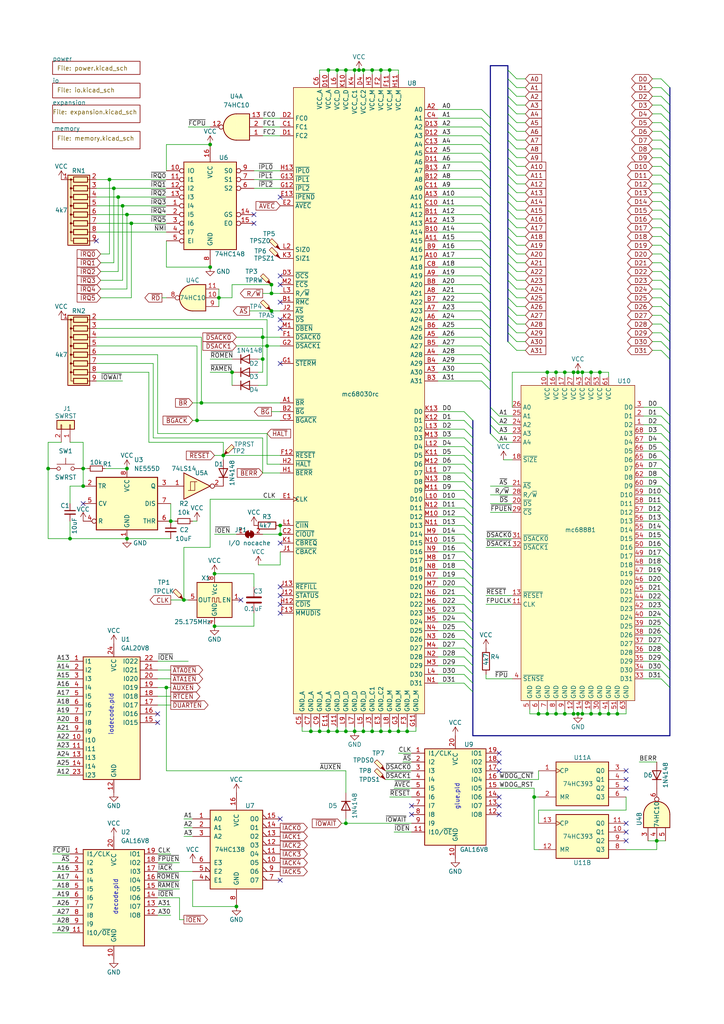
<source format=kicad_sch>
(kicad_sch (version 20211123) (generator eeschema)
  (paper "A4" portrait)
  (title_block (title "68030 computer") (date "2022-02-04") (rev "1") (comment 1 "https://github.com/jtsiomb/m68kcomputer2") (comment 2 "Free hardware design - GNU General Public License v3") (comment 3 "Copyright (C) 2022 John Tsiombikas <nuclear@member.fsf.org>"))
  (junction (at 77.47 100.33))
  (junction (at 90.17 212.09))
  (junction (at 60.96 41.91))
  (junction (at 97.79 20.32))
  (junction (at 35.56 59.69))
  (junction (at 102.87 20.32))
  (junction (at 63.5 86.36))
  (junction (at 20.32 156.21))
  (junction (at 76.2 104.14))
  (junction (at 154.94 231.14))
  (junction (at 78.74 90.17))
  (junction (at 64.77 132.08))
  (junction (at 115.57 212.09))
  (junction (at 100.33 212.09))
  (junction (at 100.33 238.76))
  (junction (at 95.25 212.09))
  (junction (at 163.83 107.95))
  (junction (at 57.15 121.92))
  (junction (at 95.25 20.32))
  (junction (at 171.45 207.01))
  (junction (at 24.13 140.97))
  (junction (at 36.83 135.89))
  (junction (at 105.41 212.09))
  (junction (at 68.58 262.89))
  (junction (at 67.31 107.95))
  (junction (at 110.49 212.09))
  (junction (at 62.23 181.61))
  (junction (at 78.74 82.55))
  (junction (at 158.75 107.95))
  (junction (at 168.91 207.01))
  (junction (at 92.71 212.09))
  (junction (at 33.02 54.61))
  (junction (at 113.03 20.32))
  (junction (at 176.53 207.01))
  (junction (at 163.83 207.01))
  (junction (at 166.37 207.01))
  (junction (at 110.49 20.32))
  (junction (at 102.87 212.09))
  (junction (at 173.99 207.01))
  (junction (at 100.33 20.32))
  (junction (at 13.97 135.89))
  (junction (at 161.29 207.01))
  (junction (at 107.95 212.09))
  (junction (at 104.14 20.32))
  (junction (at 158.75 207.01))
  (junction (at 62.23 166.37))
  (junction (at 167.64 107.95))
  (junction (at 105.41 20.32))
  (junction (at 81.28 152.4))
  (junction (at 107.95 20.32))
  (junction (at 49.53 151.13))
  (junction (at 78.74 85.09))
  (junction (at 113.03 212.09))
  (junction (at 166.37 107.95))
  (junction (at 171.45 107.95))
  (junction (at 190.5 243.84))
  (junction (at 168.91 107.95))
  (junction (at 118.11 212.09))
  (junction (at 58.42 116.84))
  (junction (at 161.29 107.95))
  (junction (at 34.29 57.15))
  (junction (at 48.26 199.39))
  (junction (at 156.21 207.01))
  (junction (at 38.1 64.77))
  (junction (at 36.83 156.21))
  (junction (at 76.2 97.79))
  (junction (at 81.28 154.94))
  (junction (at 31.75 52.07))
  (junction (at 53.34 173.99))
  (junction (at 173.99 107.95))
  (junction (at 167.64 207.01))
  (junction (at 179.07 207.01))
  (junction (at 97.79 212.09))
  (junction (at 24.13 135.89))
  (junction (at 60.96 77.47))
  (junction (at 36.83 62.23))
  (no_connect (at 181.61 228.6))
  (no_connect (at 81.28 80.01))
  (no_connect (at 181.61 226.06))
  (no_connect (at 81.28 177.8))
  (no_connect (at 81.28 87.63))
  (no_connect (at 181.61 223.52))
  (no_connect (at 81.28 175.26))
  (no_connect (at 81.28 170.18))
  (no_connect (at 81.28 92.71))
  (no_connect (at 81.28 95.25))
  (no_connect (at 144.78 220.98))
  (no_connect (at 144.78 236.22))
  (no_connect (at 73.66 62.23))
  (no_connect (at 181.61 238.76))
  (no_connect (at 81.28 172.72))
  (no_connect (at 181.61 241.3))
  (no_connect (at 81.28 237.49))
  (no_connect (at 81.28 157.48))
  (no_connect (at 24.13 146.05))
  (no_connect (at 81.28 57.15))
  (no_connect (at 81.28 255.27))
  (no_connect (at 81.28 105.41))
  (no_connect (at 119.38 233.68))
  (no_connect (at 181.61 243.84))
  (no_connect (at 81.28 82.55))
  (no_connect (at 73.66 64.77))
  (no_connect (at 27.94 69.85))
  (no_connect (at 144.78 223.52))
  (no_connect (at 144.78 218.44))
  (no_connect (at 69.85 173.99))
  (no_connect (at 144.78 233.68))
  (no_connect (at 45.72 207.01))
  (no_connect (at 45.72 209.55))
  (no_connect (at 119.38 236.22))
  (no_connect (at 144.78 231.14))
  (bus_entry (at 194.31 48.26) (size -2.54 -2.54))
  (bus_entry (at 191.77 161.29) (size 2.54 2.54))
  (bus_entry (at 139.7 100.33) (size 2.54 2.54))
  (bus_entry (at 134.62 154.94) (size 2.54 2.54))
  (bus_entry (at 134.62 187.96) (size 2.54 2.54))
  (bus_entry (at 194.31 96.52) (size -2.54 -2.54))
  (bus_entry (at 194.31 66.04) (size -2.54 -2.54))
  (bus_entry (at 139.7 41.91) (size 2.54 2.54))
  (bus_entry (at 191.77 135.89) (size 2.54 2.54))
  (bus_entry (at 194.31 99.06) (size -2.54 -2.54))
  (bus_entry (at 149.86 25.4) (size -2.54 -2.54))
  (bus_entry (at 194.31 78.74) (size -2.54 -2.54))
  (bus_entry (at 194.31 25.4) (size -2.54 -2.54))
  (bus_entry (at 139.7 44.45) (size 2.54 2.54))
  (bus_entry (at 191.77 168.91) (size 2.54 2.54))
  (bus_entry (at 142.24 120.65) (size 2.54 2.54))
  (bus_entry (at 149.86 48.26) (size -2.54 -2.54))
  (bus_entry (at 149.86 66.04) (size -2.54 -2.54))
  (bus_entry (at 149.86 76.2) (size -2.54 -2.54))
  (bus_entry (at 134.62 198.12) (size 2.54 2.54))
  (bus_entry (at 149.86 22.86) (size -2.54 -2.54))
  (bus_entry (at 149.86 53.34) (size -2.54 -2.54))
  (bus_entry (at 134.62 182.88) (size 2.54 2.54))
  (bus_entry (at 194.31 43.18) (size -2.54 -2.54))
  (bus_entry (at 134.62 132.08) (size 2.54 2.54))
  (bus_entry (at 134.62 165.1) (size 2.54 2.54))
  (bus_entry (at 134.62 144.78) (size 2.54 2.54))
  (bus_entry (at 191.77 173.99) (size 2.54 2.54))
  (bus_entry (at 134.62 124.46) (size 2.54 2.54))
  (bus_entry (at 149.86 91.44) (size -2.54 -2.54))
  (bus_entry (at 191.77 151.13) (size 2.54 2.54))
  (bus_entry (at 134.62 139.7) (size 2.54 2.54))
  (bus_entry (at 134.62 147.32) (size 2.54 2.54))
  (bus_entry (at 191.77 125.73) (size 2.54 2.54))
  (bus_entry (at 139.7 107.95) (size 2.54 2.54))
  (bus_entry (at 149.86 40.64) (size -2.54 -2.54))
  (bus_entry (at 149.86 38.1) (size -2.54 -2.54))
  (bus_entry (at 149.86 96.52) (size -2.54 -2.54))
  (bus_entry (at 191.77 158.75) (size 2.54 2.54))
  (bus_entry (at 191.77 179.07) (size 2.54 2.54))
  (bus_entry (at 149.86 30.48) (size -2.54 -2.54))
  (bus_entry (at 194.31 81.28) (size -2.54 -2.54))
  (bus_entry (at 139.7 49.53) (size 2.54 2.54))
  (bus_entry (at 134.62 170.18) (size 2.54 2.54))
  (bus_entry (at 194.31 45.72) (size -2.54 -2.54))
  (bus_entry (at 134.62 160.02) (size 2.54 2.54))
  (bus_entry (at 191.77 153.67) (size 2.54 2.54))
  (bus_entry (at 194.31 55.88) (size -2.54 -2.54))
  (bus_entry (at 134.62 134.62) (size 2.54 2.54))
  (bus_entry (at 191.77 184.15) (size 2.54 2.54))
  (bus_entry (at 134.62 137.16) (size 2.54 2.54))
  (bus_entry (at 149.86 86.36) (size -2.54 -2.54))
  (bus_entry (at 191.77 191.77) (size 2.54 2.54))
  (bus_entry (at 139.7 62.23) (size 2.54 2.54))
  (bus_entry (at 134.62 180.34) (size 2.54 2.54))
  (bus_entry (at 191.77 189.23) (size 2.54 2.54))
  (bus_entry (at 149.86 101.6) (size -2.54 -2.54))
  (bus_entry (at 194.31 53.34) (size -2.54 -2.54))
  (bus_entry (at 149.86 43.18) (size -2.54 -2.54))
  (bus_entry (at 191.77 118.11) (size 2.54 2.54))
  (bus_entry (at 139.7 87.63) (size 2.54 2.54))
  (bus_entry (at 139.7 57.15) (size 2.54 2.54))
  (bus_entry (at 194.31 35.56) (size -2.54 -2.54))
  (bus_entry (at 139.7 77.47) (size 2.54 2.54))
  (bus_entry (at 149.86 81.28) (size -2.54 -2.54))
  (bus_entry (at 134.62 127) (size 2.54 2.54))
  (bus_entry (at 149.86 71.12) (size -2.54 -2.54))
  (bus_entry (at 149.86 50.8) (size -2.54 -2.54))
  (bus_entry (at 194.31 58.42) (size -2.54 -2.54))
  (bus_entry (at 191.77 171.45) (size 2.54 2.54))
  (bus_entry (at 191.77 148.59) (size 2.54 2.54))
  (bus_entry (at 139.7 59.69) (size 2.54 2.54))
  (bus_entry (at 134.62 175.26) (size 2.54 2.54))
  (bus_entry (at 194.31 68.58) (size -2.54 -2.54))
  (bus_entry (at 139.7 67.31) (size 2.54 2.54))
  (bus_entry (at 149.86 58.42) (size -2.54 -2.54))
  (bus_entry (at 194.31 63.5) (size -2.54 -2.54))
  (bus_entry (at 191.77 156.21) (size 2.54 2.54))
  (bus_entry (at 149.86 99.06) (size -2.54 -2.54))
  (bus_entry (at 194.31 104.14) (size -2.54 -2.54))
  (bus_entry (at 194.31 88.9) (size -2.54 -2.54))
  (bus_entry (at 139.7 64.77) (size 2.54 2.54))
  (bus_entry (at 134.62 190.5) (size 2.54 2.54))
  (bus_entry (at 194.31 91.44) (size -2.54 -2.54))
  (bus_entry (at 139.7 69.85) (size 2.54 2.54))
  (bus_entry (at 191.77 123.19) (size 2.54 2.54))
  (bus_entry (at 194.31 86.36) (size -2.54 -2.54))
  (bus_entry (at 134.62 149.86) (size 2.54 2.54))
  (bus_entry (at 139.7 95.25) (size 2.54 2.54))
  (bus_entry (at 139.7 85.09) (size 2.54 2.54))
  (bus_entry (at 134.62 185.42) (size 2.54 2.54))
  (bus_entry (at 191.77 194.31) (size 2.54 2.54))
  (bus_entry (at 194.31 40.64) (size -2.54 -2.54))
  (bus_entry (at 194.31 76.2) (size -2.54 -2.54))
  (bus_entry (at 149.86 55.88) (size -2.54 -2.54))
  (bus_entry (at 149.86 88.9) (size -2.54 -2.54))
  (bus_entry (at 139.7 90.17) (size 2.54 2.54))
  (bus_entry (at 142.24 118.11) (size 2.54 2.54))
  (bus_entry (at 139.7 110.49) (size 2.54 2.54))
  (bus_entry (at 194.31 27.94) (size -2.54 -2.54))
  (bus_entry (at 139.7 34.29) (size 2.54 2.54))
  (bus_entry (at 139.7 31.75) (size 2.54 2.54))
  (bus_entry (at 149.86 33.02) (size -2.54 -2.54))
  (bus_entry (at 191.77 146.05) (size 2.54 2.54))
  (bus_entry (at 194.31 93.98) (size -2.54 -2.54))
  (bus_entry (at 134.62 172.72) (size 2.54 2.54))
  (bus_entry (at 139.7 105.41) (size 2.54 2.54))
  (bus_entry (at 134.62 121.92) (size 2.54 2.54))
  (bus_entry (at 194.31 60.96) (size -2.54 -2.54))
  (bus_entry (at 149.86 78.74) (size -2.54 -2.54))
  (bus_entry (at 142.24 125.73) (size 2.54 2.54))
  (bus_entry (at 139.7 46.99) (size 2.54 2.54))
  (bus_entry (at 134.62 157.48) (size 2.54 2.54))
  (bus_entry (at 191.77 186.69) (size 2.54 2.54))
  (bus_entry (at 149.86 93.98) (size -2.54 -2.54))
  (bus_entry (at 134.62 167.64) (size 2.54 2.54))
  (bus_entry (at 191.77 181.61) (size 2.54 2.54))
  (bus_entry (at 134.62 142.24) (size 2.54 2.54))
  (bus_entry (at 191.77 133.35) (size 2.54 2.54))
  (bus_entry (at 191.77 163.83) (size 2.54 2.54))
  (bus_entry (at 191.77 143.51) (size 2.54 2.54))
  (bus_entry (at 139.7 82.55) (size 2.54 2.54))
  (bus_entry (at 191.77 130.81) (size 2.54 2.54))
  (bus_entry (at 191.77 196.85) (size 2.54 2.54))
  (bus_entry (at 149.86 83.82) (size -2.54 -2.54))
  (bus_entry (at 139.7 39.37) (size 2.54 2.54))
  (bus_entry (at 139.7 54.61) (size 2.54 2.54))
  (bus_entry (at 134.62 177.8) (size 2.54 2.54))
  (bus_entry (at 191.77 166.37) (size 2.54 2.54))
  (bus_entry (at 139.7 92.71) (size 2.54 2.54))
  (bus_entry (at 134.62 129.54) (size 2.54 2.54))
  (bus_entry (at 134.62 119.38) (size 2.54 2.54))
  (bus_entry (at 149.86 60.96) (size -2.54 -2.54))
  (bus_entry (at 134.62 193.04) (size 2.54 2.54))
  (bus_entry (at 139.7 52.07) (size 2.54 2.54))
  (bus_entry (at 191.77 176.53) (size 2.54 2.54))
  (bus_entry (at 149.86 35.56) (size -2.54 -2.54))
  (bus_entry (at 134.62 195.58) (size 2.54 2.54))
  (bus_entry (at 194.31 50.8) (size -2.54 -2.54))
  (bus_entry (at 134.62 152.4) (size 2.54 2.54))
  (bus_entry (at 139.7 102.87) (size 2.54 2.54))
  (bus_entry (at 134.62 162.56) (size 2.54 2.54))
  (bus_entry (at 191.77 120.65) (size 2.54 2.54))
  (bus_entry (at 194.31 101.6) (size -2.54 -2.54))
  (bus_entry (at 194.31 83.82) (size -2.54 -2.54))
  (bus_entry (at 139.7 74.93) (size 2.54 2.54))
  (bus_entry (at 149.86 63.5) (size -2.54 -2.54))
  (bus_entry (at 139.7 80.01) (size 2.54 2.54))
  (bus_entry (at 142.24 123.19) (size 2.54 2.54))
  (bus_entry (at 191.77 140.97) (size 2.54 2.54))
  (bus_entry (at 194.31 73.66) (size -2.54 -2.54))
  (bus_entry (at 194.31 33.02) (size -2.54 -2.54))
  (bus_entry (at 139.7 72.39) (size 2.54 2.54))
  (bus_entry (at 194.31 30.48) (size -2.54 -2.54))
  (bus_entry (at 194.31 71.12) (size -2.54 -2.54))
  (bus_entry (at 149.86 73.66) (size -2.54 -2.54))
  (bus_entry (at 194.31 38.1) (size -2.54 -2.54))
  (bus_entry (at 139.7 97.79) (size 2.54 2.54))
  (bus_entry (at 149.86 45.72) (size -2.54 -2.54))
  (bus_entry (at 191.77 138.43) (size 2.54 2.54))
  (bus_entry (at 139.7 36.83) (size 2.54 2.54))
  (bus_entry (at 149.86 27.94) (size -2.54 -2.54))
  (bus_entry (at 191.77 128.27) (size 2.54 2.54))
  (bus_entry (at 149.86 68.58) (size -2.54 -2.54))
  (wire (pts (xy 113.03 212.09) (xy 115.57 212.09)))
  (wire (pts (xy 127 160.02) (xy 134.62 160.02)))
  (wire (pts (xy 127 165.1) (xy 134.62 165.1)))
  (wire (pts (xy 127 95.25) (xy 139.7 95.25)))
  (wire (pts (xy 53.34 240.03) (xy 55.88 240.03)))
  (bus (pts (xy 194.31 96.52) (xy 194.31 99.06)))
  (wire (pts (xy 31.75 52.07) (xy 31.75 73.66)))
  (wire (pts (xy 77.47 100.33) (xy 81.28 100.33)))
  (wire (pts (xy 166.37 107.95) (xy 166.37 109.22)))
  (wire (pts (xy 158.75 109.22) (xy 158.75 107.95)))
  (wire (pts (xy 118.11 212.09) (xy 120.65 212.09)))
  (wire (pts (xy 127 77.47) (xy 139.7 77.47)))
  (wire (pts (xy 20.32 151.13) (xy 20.32 156.21)))
  (bus (pts (xy 147.32 78.74) (xy 147.32 76.2)))
  (wire (pts (xy 181.61 234.95) (xy 156.21 234.95)))
  (wire (pts (xy 168.91 107.95) (xy 168.91 109.22)))
  (wire (pts (xy 110.49 212.09) (xy 113.03 212.09)))
  (wire (pts (xy 44.45 127) (xy 44.45 105.41)))
  (wire (pts (xy 13.97 128.27) (xy 13.97 135.89)))
  (wire (pts (xy 144.78 123.19) (xy 148.59 123.19)))
  (wire (pts (xy 168.91 207.01) (xy 171.45 207.01)))
  (bus (pts (xy 194.31 133.35) (xy 194.31 135.89)))
  (wire (pts (xy 87.63 210.82) (xy 87.63 212.09)))
  (bus (pts (xy 147.32 53.34) (xy 147.32 50.8)))
  (wire (pts (xy 95.25 20.32) (xy 97.79 20.32)))
  (wire (pts (xy 45.72 125.73) (xy 77.47 125.73)))
  (wire (pts (xy 43.18 128.27) (xy 64.77 128.27)))
  (wire (pts (xy 16.51 224.79) (xy 20.32 224.79)))
  (wire (pts (xy 27.94 54.61) (xy 33.02 54.61)))
  (wire (pts (xy 144.78 228.6) (xy 154.94 228.6)))
  (wire (pts (xy 173.99 205.74) (xy 173.99 207.01)))
  (bus (pts (xy 194.31 196.85) (xy 194.31 199.39)))
  (wire (pts (xy 186.69 148.59) (xy 191.77 148.59)))
  (bus (pts (xy 194.31 55.88) (xy 194.31 58.42)))
  (wire (pts (xy 191.77 22.86) (xy 189.23 22.86)))
  (bus (pts (xy 194.31 138.43) (xy 194.31 140.97)))
  (bus (pts (xy 137.16 132.08) (xy 137.16 134.62)))
  (wire (pts (xy 140.97 175.26) (xy 148.59 175.26)))
  (wire (pts (xy 186.69 146.05) (xy 191.77 146.05)))
  (wire (pts (xy 63.5 86.36) (xy 63.5 88.9)))
  (wire (pts (xy 152.4 88.9) (xy 149.86 88.9)))
  (bus (pts (xy 142.24 102.87) (xy 142.24 105.41)))
  (wire (pts (xy 152.4 58.42) (xy 149.86 58.42)))
  (wire (pts (xy 186.69 128.27) (xy 191.77 128.27)))
  (bus (pts (xy 137.16 167.64) (xy 137.16 170.18)))
  (wire (pts (xy 191.77 58.42) (xy 189.23 58.42)))
  (wire (pts (xy 53.34 158.75) (xy 53.34 173.99)))
  (wire (pts (xy 73.66 49.53) (xy 81.28 49.53)))
  (bus (pts (xy 137.16 175.26) (xy 137.16 177.8)))
  (wire (pts (xy 190.5 243.84) (xy 190.5 246.38)))
  (wire (pts (xy 29.21 83.82) (xy 36.83 83.82)))
  (bus (pts (xy 142.24 36.83) (xy 142.24 39.37)))
  (wire (pts (xy 140.97 195.58) (xy 140.97 196.85)))
  (wire (pts (xy 127 72.39) (xy 139.7 72.39)))
  (wire (pts (xy 127 157.48) (xy 134.62 157.48)))
  (bus (pts (xy 142.24 44.45) (xy 142.24 46.99)))
  (bus (pts (xy 137.16 190.5) (xy 137.16 193.04)))
  (wire (pts (xy 45.72 194.31) (xy 49.53 194.31)))
  (wire (pts (xy 142.24 140.97) (xy 148.59 140.97)))
  (wire (pts (xy 191.77 68.58) (xy 189.23 68.58)))
  (wire (pts (xy 113.03 210.82) (xy 113.03 212.09)))
  (wire (pts (xy 140.97 172.72) (xy 148.59 172.72)))
  (wire (pts (xy 186.69 176.53) (xy 191.77 176.53)))
  (bus (pts (xy 142.24 19.05) (xy 142.24 34.29)))
  (wire (pts (xy 186.69 118.11) (xy 191.77 118.11)))
  (wire (pts (xy 102.87 212.09) (xy 105.41 212.09)))
  (wire (pts (xy 127 97.79) (xy 139.7 97.79)))
  (wire (pts (xy 76.2 137.16) (xy 81.28 137.16)))
  (bus (pts (xy 194.31 151.13) (xy 194.31 153.67)))
  (wire (pts (xy 153.67 205.74) (xy 153.67 207.01)))
  (wire (pts (xy 111.76 226.06) (xy 119.38 226.06)))
  (wire (pts (xy 152.4 22.86) (xy 149.86 22.86)))
  (wire (pts (xy 152.4 38.1) (xy 149.86 38.1)))
  (wire (pts (xy 127 134.62) (xy 134.62 134.62)))
  (wire (pts (xy 20.32 140.97) (xy 24.13 140.97)))
  (wire (pts (xy 35.56 81.28) (xy 35.56 59.69)))
  (bus (pts (xy 147.32 35.56) (xy 147.32 33.02)))
  (wire (pts (xy 127 105.41) (xy 139.7 105.41)))
  (bus (pts (xy 137.16 160.02) (xy 137.16 162.56)))
  (wire (pts (xy 48.26 199.39) (xy 48.26 223.52)))
  (wire (pts (xy 45.72 196.85) (xy 49.53 196.85)))
  (wire (pts (xy 186.69 156.21) (xy 191.77 156.21)))
  (bus (pts (xy 194.31 99.06) (xy 194.31 101.6)))
  (bus (pts (xy 194.31 199.39) (xy 194.31 213.36)))
  (wire (pts (xy 144.78 128.27) (xy 148.59 128.27)))
  (bus (pts (xy 137.16 182.88) (xy 137.16 185.42)))
  (bus (pts (xy 194.31 60.96) (xy 194.31 63.5)))
  (wire (pts (xy 181.61 246.38) (xy 190.5 246.38)))
  (wire (pts (xy 176.53 107.95) (xy 176.53 109.22)))
  (bus (pts (xy 137.16 139.7) (xy 137.16 142.24)))
  (bus (pts (xy 194.31 88.9) (xy 194.31 91.44)))
  (wire (pts (xy 156.21 223.52) (xy 156.21 226.06)))
  (wire (pts (xy 191.77 38.1) (xy 189.23 38.1)))
  (bus (pts (xy 137.16 157.48) (xy 137.16 160.02)))
  (wire (pts (xy 55.88 262.89) (xy 68.58 262.89)))
  (wire (pts (xy 127 57.15) (xy 139.7 57.15)))
  (wire (pts (xy 186.69 140.97) (xy 191.77 140.97)))
  (wire (pts (xy 127 31.75) (xy 139.7 31.75)))
  (wire (pts (xy 140.97 196.85) (xy 148.59 196.85)))
  (wire (pts (xy 92.71 212.09) (xy 95.25 212.09)))
  (wire (pts (xy 76.2 154.94) (xy 81.28 154.94)))
  (wire (pts (xy 156.21 234.95) (xy 156.21 238.76)))
  (wire (pts (xy 179.07 205.74) (xy 179.07 207.01)))
  (wire (pts (xy 27.94 52.07) (xy 31.75 52.07)))
  (wire (pts (xy 173.99 207.01) (xy 176.53 207.01)))
  (wire (pts (xy 127 124.46) (xy 134.62 124.46)))
  (wire (pts (xy 15.24 265.43) (xy 20.32 265.43)))
  (wire (pts (xy 140.97 156.21) (xy 148.59 156.21)))
  (wire (pts (xy 16.51 219.71) (xy 20.32 219.71)))
  (bus (pts (xy 137.16 152.4) (xy 137.16 154.94)))
  (wire (pts (xy 127 74.93) (xy 139.7 74.93)))
  (wire (pts (xy 15.24 262.89) (xy 20.32 262.89)))
  (wire (pts (xy 48.26 223.52) (xy 100.33 223.52)))
  (wire (pts (xy 127 121.92) (xy 134.62 121.92)))
  (bus (pts (xy 194.31 38.1) (xy 194.31 40.64)))
  (bus (pts (xy 137.16 142.24) (xy 137.16 144.78)))
  (wire (pts (xy 186.69 138.43) (xy 191.77 138.43)))
  (bus (pts (xy 147.32 96.52) (xy 147.32 93.98)))
  (wire (pts (xy 15.24 257.81) (xy 20.32 257.81)))
  (wire (pts (xy 34.29 57.15) (xy 48.26 57.15)))
  (wire (pts (xy 152.4 68.58) (xy 149.86 68.58)))
  (wire (pts (xy 49.53 173.99) (xy 53.34 173.99)))
  (wire (pts (xy 127 154.94) (xy 134.62 154.94)))
  (wire (pts (xy 15.24 255.27) (xy 20.32 255.27)))
  (wire (pts (xy 191.77 55.88) (xy 189.23 55.88)))
  (wire (pts (xy 186.69 186.69) (xy 191.77 186.69)))
  (wire (pts (xy 60.96 144.78) (xy 81.28 144.78)))
  (bus (pts (xy 194.31 58.42) (xy 194.31 60.96)))
  (wire (pts (xy 191.77 30.48) (xy 189.23 30.48)))
  (wire (pts (xy 127 132.08) (xy 134.62 132.08)))
  (wire (pts (xy 45.72 204.47) (xy 49.53 204.47)))
  (wire (pts (xy 127 62.23) (xy 139.7 62.23)))
  (wire (pts (xy 52.07 260.35) (xy 52.07 266.7)))
  (wire (pts (xy 105.41 210.82) (xy 105.41 212.09)))
  (wire (pts (xy 173.99 107.95) (xy 176.53 107.95)))
  (wire (pts (xy 161.29 205.74) (xy 161.29 207.01)))
  (wire (pts (xy 152.4 27.94) (xy 149.86 27.94)))
  (bus (pts (xy 142.24 120.65) (xy 142.24 123.19)))
  (wire (pts (xy 15.24 267.97) (xy 20.32 267.97)))
  (bus (pts (xy 137.16 213.36) (xy 137.16 200.66)))
  (wire (pts (xy 92.71 20.32) (xy 95.25 20.32)))
  (wire (pts (xy 186.69 189.23) (xy 191.77 189.23)))
  (wire (pts (xy 127 92.71) (xy 139.7 92.71)))
  (bus (pts (xy 142.24 52.07) (xy 142.24 54.61)))
  (wire (pts (xy 38.1 64.77) (xy 48.26 64.77)))
  (bus (pts (xy 137.16 127) (xy 137.16 129.54)))
  (wire (pts (xy 120.65 212.09) (xy 120.65 210.82)))
  (bus (pts (xy 194.31 171.45) (xy 194.31 173.99)))
  (wire (pts (xy 161.29 107.95) (xy 161.29 109.22)))
  (wire (pts (xy 92.71 21.59) (xy 92.71 20.32)))
  (wire (pts (xy 127 82.55) (xy 139.7 82.55)))
  (bus (pts (xy 194.31 123.19) (xy 194.31 125.73)))
  (bus (pts (xy 142.24 64.77) (xy 142.24 67.31)))
  (wire (pts (xy 127 34.29) (xy 139.7 34.29)))
  (wire (pts (xy 17.78 128.27) (xy 13.97 128.27)))
  (wire (pts (xy 191.77 53.34) (xy 189.23 53.34)))
  (wire (pts (xy 45.72 262.89) (xy 49.53 262.89)))
  (wire (pts (xy 191.77 73.66) (xy 189.23 73.66)))
  (wire (pts (xy 127 149.86) (xy 134.62 149.86)))
  (wire (pts (xy 102.87 210.82) (xy 102.87 212.09)))
  (bus (pts (xy 194.31 83.82) (xy 194.31 86.36)))
  (bus (pts (xy 194.31 78.74) (xy 194.31 81.28)))
  (wire (pts (xy 191.77 86.36) (xy 189.23 86.36)))
  (wire (pts (xy 90.17 210.82) (xy 90.17 212.09)))
  (wire (pts (xy 44.45 127) (xy 76.2 127)))
  (wire (pts (xy 127 195.58) (xy 134.62 195.58)))
  (bus (pts (xy 142.24 74.93) (xy 142.24 77.47)))
  (bus (pts (xy 142.24 118.11) (xy 142.24 120.65)))
  (bus (pts (xy 147.32 50.8) (xy 147.32 48.26)))
  (wire (pts (xy 152.4 91.44) (xy 149.86 91.44)))
  (wire (pts (xy 54.61 173.99) (xy 53.34 173.99)))
  (wire (pts (xy 46.99 86.36) (xy 48.26 86.36)))
  (wire (pts (xy 191.77 91.44) (xy 189.23 91.44)))
  (wire (pts (xy 50.8 151.13) (xy 49.53 151.13)))
  (wire (pts (xy 186.69 161.29) (xy 191.77 161.29)))
  (wire (pts (xy 27.94 92.71) (xy 77.47 92.71)))
  (bus (pts (xy 194.31 73.66) (xy 194.31 76.2)))
  (wire (pts (xy 191.77 96.52) (xy 189.23 96.52)))
  (bus (pts (xy 147.32 60.96) (xy 147.32 58.42)))
  (wire (pts (xy 115.57 20.32) (xy 115.57 21.59)))
  (bus (pts (xy 194.31 181.61) (xy 194.31 184.15)))
  (wire (pts (xy 181.61 207.01) (xy 181.61 205.74)))
  (wire (pts (xy 152.4 50.8) (xy 149.86 50.8)))
  (wire (pts (xy 186.69 194.31) (xy 191.77 194.31)))
  (bus (pts (xy 194.31 143.51) (xy 194.31 146.05)))
  (wire (pts (xy 167.64 207.01) (xy 168.91 207.01)))
  (wire (pts (xy 54.61 36.83) (xy 60.96 36.83)))
  (wire (pts (xy 27.94 57.15) (xy 34.29 57.15)))
  (bus (pts (xy 194.31 63.5) (xy 194.31 66.04)))
  (wire (pts (xy 15.24 250.19) (xy 20.32 250.19)))
  (wire (pts (xy 68.58 97.79) (xy 76.2 97.79)))
  (bus (pts (xy 142.24 39.37) (xy 142.24 41.91)))
  (bus (pts (xy 194.31 168.91) (xy 194.31 171.45)))
  (wire (pts (xy 148.59 107.95) (xy 158.75 107.95)))
  (wire (pts (xy 45.72 199.39) (xy 48.26 199.39)))
  (bus (pts (xy 142.24 105.41) (xy 142.24 107.95)))
  (wire (pts (xy 185.42 220.98) (xy 190.5 220.98)))
  (wire (pts (xy 111.76 223.52) (xy 119.38 223.52)))
  (wire (pts (xy 142.24 146.05) (xy 148.59 146.05)))
  (wire (pts (xy 27.94 95.25) (xy 76.2 95.25)))
  (wire (pts (xy 152.4 48.26) (xy 149.86 48.26)))
  (wire (pts (xy 53.34 158.75) (xy 60.96 158.75)))
  (bus (pts (xy 147.32 83.82) (xy 147.32 81.28)))
  (wire (pts (xy 77.47 111.76) (xy 77.47 100.33)))
  (wire (pts (xy 146.05 133.35) (xy 148.59 133.35)))
  (wire (pts (xy 152.4 33.02) (xy 149.86 33.02)))
  (wire (pts (xy 191.77 27.94) (xy 189.23 27.94)))
  (wire (pts (xy 186.69 191.77) (xy 191.77 191.77)))
  (wire (pts (xy 30.48 135.89) (xy 36.83 135.89)))
  (wire (pts (xy 191.77 60.96) (xy 189.23 60.96)))
  (bus (pts (xy 142.24 107.95) (xy 142.24 110.49)))
  (wire (pts (xy 190.5 243.84) (xy 193.04 243.84)))
  (wire (pts (xy 95.25 212.09) (xy 97.79 212.09)))
  (wire (pts (xy 45.72 252.73) (xy 55.88 252.73)))
  (wire (pts (xy 191.77 63.5) (xy 189.23 63.5)))
  (wire (pts (xy 100.33 238.76) (xy 119.38 238.76)))
  (wire (pts (xy 78.74 119.38) (xy 81.28 119.38)))
  (wire (pts (xy 64.77 132.08) (xy 81.28 132.08)))
  (wire (pts (xy 191.77 25.4) (xy 189.23 25.4)))
  (wire (pts (xy 16.51 214.63) (xy 20.32 214.63)))
  (wire (pts (xy 152.4 96.52) (xy 149.86 96.52)))
  (wire (pts (xy 55.88 151.13) (xy 57.15 151.13)))
  (wire (pts (xy 142.24 148.59) (xy 148.59 148.59)))
  (wire (pts (xy 24.13 128.27) (xy 24.13 135.89)))
  (wire (pts (xy 97.79 210.82) (xy 97.79 212.09)))
  (wire (pts (xy 154.94 231.14) (xy 154.94 246.38)))
  (wire (pts (xy 99.06 238.76) (xy 100.33 238.76)))
  (wire (pts (xy 27.94 100.33) (xy 57.15 100.33)))
  (wire (pts (xy 153.67 207.01) (xy 156.21 207.01)))
  (wire (pts (xy 127 85.09) (xy 139.7 85.09)))
  (wire (pts (xy 127 137.16) (xy 134.62 137.16)))
  (wire (pts (xy 16.51 191.77) (xy 20.32 191.77)))
  (wire (pts (xy 36.83 156.21) (xy 49.53 156.21)))
  (bus (pts (xy 194.31 50.8) (xy 194.31 53.34)))
  (wire (pts (xy 48.26 41.91) (xy 60.96 41.91)))
  (bus (pts (xy 147.32 19.05) (xy 142.24 19.05)))
  (wire (pts (xy 72.39 90.17) (xy 78.74 90.17)))
  (wire (pts (xy 127 198.12) (xy 134.62 198.12)))
  (wire (pts (xy 152.4 40.64) (xy 149.86 40.64)))
  (bus (pts (xy 194.31 191.77) (xy 194.31 194.31)))
  (wire (pts (xy 48.26 69.85) (xy 48.26 77.47)))
  (bus (pts (xy 137.16 137.16) (xy 137.16 139.7)))
  (wire (pts (xy 100.33 212.09) (xy 102.87 212.09)))
  (wire (pts (xy 45.72 201.93) (xy 49.53 201.93)))
  (bus (pts (xy 137.16 149.86) (xy 137.16 152.4)))
  (bus (pts (xy 142.24 85.09) (xy 142.24 87.63)))
  (wire (pts (xy 55.88 116.84) (xy 58.42 116.84)))
  (bus (pts (xy 137.16 154.94) (xy 137.16 157.48)))
  (wire (pts (xy 107.95 20.32) (xy 107.95 21.59)))
  (wire (pts (xy 144.78 120.65) (xy 148.59 120.65)))
  (wire (pts (xy 63.5 83.82) (xy 63.5 86.36)))
  (wire (pts (xy 127 185.42) (xy 134.62 185.42)))
  (bus (pts (xy 137.16 195.58) (xy 137.16 198.12)))
  (wire (pts (xy 127 190.5) (xy 134.62 190.5)))
  (wire (pts (xy 161.29 207.01) (xy 163.83 207.01)))
  (wire (pts (xy 74.93 107.95) (xy 76.2 107.95)))
  (wire (pts (xy 16.51 201.93) (xy 20.32 201.93)))
  (wire (pts (xy 186.69 153.67) (xy 191.77 153.67)))
  (bus (pts (xy 142.24 59.69) (xy 142.24 62.23)))
  (wire (pts (xy 52.07 266.7) (xy 53.34 266.7)))
  (wire (pts (xy 127 90.17) (xy 139.7 90.17)))
  (wire (pts (xy 16.51 217.17) (xy 20.32 217.17)))
  (wire (pts (xy 152.4 76.2) (xy 149.86 76.2)))
  (wire (pts (xy 173.99 107.95) (xy 173.99 109.22)))
  (bus (pts (xy 147.32 27.94) (xy 147.32 25.4)))
  (wire (pts (xy 13.97 135.89) (xy 13.97 156.21)))
  (wire (pts (xy 33.02 54.61) (xy 33.02 76.2)))
  (wire (pts (xy 191.77 88.9) (xy 189.23 88.9)))
  (wire (pts (xy 127 52.07) (xy 139.7 52.07)))
  (wire (pts (xy 127 187.96) (xy 134.62 187.96)))
  (wire (pts (xy 45.72 257.81) (xy 52.07 257.81)))
  (wire (pts (xy 127 87.63) (xy 139.7 87.63)))
  (bus (pts (xy 147.32 93.98) (xy 147.32 91.44)))
  (wire (pts (xy 127 180.34) (xy 134.62 180.34)))
  (wire (pts (xy 45.72 250.19) (xy 52.07 250.19)))
  (wire (pts (xy 127 41.91) (xy 139.7 41.91)))
  (wire (pts (xy 152.4 83.82) (xy 149.86 83.82)))
  (bus (pts (xy 142.24 67.31) (xy 142.24 69.85)))
  (bus (pts (xy 194.31 40.64) (xy 194.31 43.18)))
  (wire (pts (xy 53.34 242.57) (xy 55.88 242.57)))
  (bus (pts (xy 137.16 198.12) (xy 137.16 200.66)))
  (wire (pts (xy 127 175.26) (xy 134.62 175.26)))
  (wire (pts (xy 16.51 196.85) (xy 20.32 196.85)))
  (wire (pts (xy 76.2 97.79) (xy 76.2 104.14)))
  (wire (pts (xy 43.18 107.95) (xy 27.94 107.95)))
  (wire (pts (xy 77.47 134.62) (xy 77.47 125.73)))
  (bus (pts (xy 147.32 63.5) (xy 147.32 60.96)))
  (wire (pts (xy 45.72 191.77) (xy 54.61 191.77)))
  (bus (pts (xy 142.24 62.23) (xy 142.24 64.77)))
  (bus (pts (xy 137.16 165.1) (xy 137.16 167.64)))
  (wire (pts (xy 152.4 25.4) (xy 149.86 25.4)))
  (wire (pts (xy 115.57 210.82) (xy 115.57 212.09)))
  (wire (pts (xy 15.24 260.35) (xy 20.32 260.35)))
  (wire (pts (xy 62.23 132.08) (xy 64.77 132.08)))
  (wire (pts (xy 16.51 194.31) (xy 20.32 194.31)))
  (wire (pts (xy 148.59 118.11) (xy 148.59 107.95)))
  (wire (pts (xy 16.51 209.55) (xy 20.32 209.55)))
  (wire (pts (xy 24.13 135.89) (xy 25.4 135.89)))
  (bus (pts (xy 142.24 80.01) (xy 142.24 82.55)))
  (wire (pts (xy 168.91 107.95) (xy 171.45 107.95)))
  (bus (pts (xy 147.32 38.1) (xy 147.32 35.56)))
  (bus (pts (xy 147.32 66.04) (xy 147.32 63.5)))
  (wire (pts (xy 127 172.72) (xy 134.62 172.72)))
  (wire (pts (xy 127 144.78) (xy 134.62 144.78)))
  (wire (pts (xy 48.26 77.47) (xy 60.96 77.47)))
  (wire (pts (xy 114.3 228.6) (xy 119.38 228.6)))
  (wire (pts (xy 191.77 40.64) (xy 189.23 40.64)))
  (wire (pts (xy 60.96 107.95) (xy 67.31 107.95)))
  (wire (pts (xy 186.69 196.85) (xy 191.77 196.85)))
  (wire (pts (xy 186.69 135.89) (xy 191.77 135.89)))
  (bus (pts (xy 137.16 144.78) (xy 137.16 147.32)))
  (wire (pts (xy 127 67.31) (xy 139.7 67.31)))
  (wire (pts (xy 64.77 133.35) (xy 64.77 132.08)))
  (bus (pts (xy 194.31 66.04) (xy 194.31 68.58)))
  (bus (pts (xy 194.31 25.4) (xy 194.31 27.94)))
  (wire (pts (xy 97.79 20.32) (xy 97.79 21.59)))
  (wire (pts (xy 45.72 125.73) (xy 45.72 102.87)))
  (bus (pts (xy 147.32 99.06) (xy 147.32 96.52)))
  (wire (pts (xy 127 193.04) (xy 134.62 193.04)))
  (wire (pts (xy 186.69 173.99) (xy 191.77 173.99)))
  (bus (pts (xy 147.32 91.44) (xy 147.32 88.9)))
  (wire (pts (xy 68.58 100.33) (xy 77.47 100.33)))
  (bus (pts (xy 194.31 101.6) (xy 194.31 104.14)))
  (bus (pts (xy 194.31 146.05) (xy 194.31 148.59)))
  (wire (pts (xy 29.21 76.2) (xy 33.02 76.2)))
  (bus (pts (xy 137.16 147.32) (xy 137.16 149.86)))
  (wire (pts (xy 107.95 20.32) (xy 110.49 20.32)))
  (bus (pts (xy 194.31 189.23) (xy 194.31 191.77)))
  (wire (pts (xy 78.74 90.17) (xy 81.28 90.17)))
  (bus (pts (xy 142.24 69.85) (xy 142.24 72.39)))
  (wire (pts (xy 58.42 116.84) (xy 81.28 116.84)))
  (wire (pts (xy 31.75 52.07) (xy 48.26 52.07)))
  (wire (pts (xy 152.4 63.5) (xy 149.86 63.5)))
  (wire (pts (xy 171.45 207.01) (xy 173.99 207.01)))
  (bus (pts (xy 194.31 148.59) (xy 194.31 151.13)))
  (wire (pts (xy 107.95 210.82) (xy 107.95 212.09)))
  (wire (pts (xy 176.53 205.74) (xy 176.53 207.01)))
  (wire (pts (xy 191.77 35.56) (xy 189.23 35.56)))
  (wire (pts (xy 191.77 99.06) (xy 189.23 99.06)))
  (wire (pts (xy 161.29 107.95) (xy 163.83 107.95)))
  (bus (pts (xy 142.24 57.15) (xy 142.24 59.69)))
  (wire (pts (xy 152.4 43.18) (xy 149.86 43.18)))
  (bus (pts (xy 194.31 135.89) (xy 194.31 138.43)))
  (wire (pts (xy 127 39.37) (xy 139.7 39.37)))
  (wire (pts (xy 95.25 20.32) (xy 95.25 21.59)))
  (wire (pts (xy 27.94 110.49) (xy 35.56 110.49)))
  (bus (pts (xy 147.32 48.26) (xy 147.32 45.72)))
  (wire (pts (xy 186.69 181.61) (xy 191.77 181.61)))
  (wire (pts (xy 15.24 270.51) (xy 20.32 270.51)))
  (wire (pts (xy 33.02 54.61) (xy 48.26 54.61)))
  (bus (pts (xy 147.32 81.28) (xy 147.32 78.74)))
  (wire (pts (xy 67.31 86.36) (xy 63.5 86.36)))
  (bus (pts (xy 194.31 158.75) (xy 194.31 161.29)))
  (wire (pts (xy 127 36.83) (xy 139.7 36.83)))
  (wire (pts (xy 74.93 111.76) (xy 77.47 111.76)))
  (wire (pts (xy 152.4 30.48) (xy 149.86 30.48)))
  (wire (pts (xy 81.28 163.83) (xy 81.28 160.02)))
  (wire (pts (xy 171.45 107.95) (xy 173.99 107.95)))
  (wire (pts (xy 152.4 101.6) (xy 149.86 101.6)))
  (wire (pts (xy 163.83 107.95) (xy 163.83 109.22)))
  (wire (pts (xy 186.69 163.83) (xy 191.77 163.83)))
  (wire (pts (xy 191.77 45.72) (xy 189.23 45.72)))
  (bus (pts (xy 147.32 33.02) (xy 147.32 30.48)))
  (wire (pts (xy 105.41 212.09) (xy 107.95 212.09)))
  (wire (pts (xy 127 44.45) (xy 139.7 44.45)))
  (bus (pts (xy 194.31 120.65) (xy 194.31 123.19)))
  (bus (pts (xy 147.32 88.9) (xy 147.32 86.36)))
  (wire (pts (xy 191.77 66.04) (xy 189.23 66.04)))
  (wire (pts (xy 48.26 49.53) (xy 48.26 41.91)))
  (wire (pts (xy 76.2 34.29) (xy 81.28 34.29)))
  (wire (pts (xy 152.4 93.98) (xy 149.86 93.98)))
  (wire (pts (xy 179.07 207.01) (xy 181.61 207.01)))
  (wire (pts (xy 15.24 247.65) (xy 20.32 247.65)))
  (bus (pts (xy 142.24 123.19) (xy 142.24 125.73)))
  (bus (pts (xy 194.31 71.12) (xy 194.31 73.66)))
  (wire (pts (xy 13.97 156.21) (xy 20.32 156.21)))
  (wire (pts (xy 191.77 48.26) (xy 189.23 48.26)))
  (wire (pts (xy 158.75 107.95) (xy 161.29 107.95)))
  (wire (pts (xy 55.88 121.92) (xy 57.15 121.92)))
  (bus (pts (xy 142.24 95.25) (xy 142.24 97.79)))
  (bus (pts (xy 147.32 76.2) (xy 147.32 73.66)))
  (wire (pts (xy 102.87 20.32) (xy 104.14 20.32)))
  (wire (pts (xy 144.78 125.73) (xy 148.59 125.73)))
  (bus (pts (xy 142.24 113.03) (xy 142.24 118.11)))
  (bus (pts (xy 142.24 90.17) (xy 142.24 92.71)))
  (wire (pts (xy 186.69 123.19) (xy 191.77 123.19)))
  (wire (pts (xy 127 69.85) (xy 139.7 69.85)))
  (wire (pts (xy 105.41 20.32) (xy 107.95 20.32)))
  (wire (pts (xy 114.3 241.3) (xy 119.38 241.3)))
  (bus (pts (xy 194.31 35.56) (xy 194.31 38.1)))
  (bus (pts (xy 142.24 97.79) (xy 142.24 100.33)))
  (bus (pts (xy 147.32 58.42) (xy 147.32 55.88)))
  (bus (pts (xy 194.31 48.26) (xy 194.31 50.8)))
  (wire (pts (xy 127 80.01) (xy 139.7 80.01)))
  (bus (pts (xy 147.32 86.36) (xy 147.32 83.82)))
  (wire (pts (xy 191.77 93.98) (xy 189.23 93.98)))
  (wire (pts (xy 127 119.38) (xy 134.62 119.38)))
  (wire (pts (xy 191.77 43.18) (xy 189.23 43.18)))
  (wire (pts (xy 97.79 212.09) (xy 100.33 212.09)))
  (bus (pts (xy 194.31 68.58) (xy 194.31 71.12)))
  (bus (pts (xy 142.24 92.71) (xy 142.24 95.25)))
  (wire (pts (xy 158.75 207.01) (xy 161.29 207.01)))
  (wire (pts (xy 27.94 62.23) (xy 36.83 62.23)))
  (wire (pts (xy 127 100.33) (xy 139.7 100.33)))
  (wire (pts (xy 16.51 204.47) (xy 20.32 204.47)))
  (wire (pts (xy 110.49 20.32) (xy 110.49 21.59)))
  (bus (pts (xy 137.16 185.42) (xy 137.16 187.96)))
  (wire (pts (xy 16.51 212.09) (xy 20.32 212.09)))
  (wire (pts (xy 152.4 81.28) (xy 149.86 81.28)))
  (wire (pts (xy 154.94 231.14) (xy 156.21 231.14)))
  (bus (pts (xy 194.31 186.69) (xy 194.31 189.23)))
  (wire (pts (xy 58.42 97.79) (xy 58.42 116.84)))
  (wire (pts (xy 127 129.54) (xy 134.62 129.54)))
  (wire (pts (xy 186.69 179.07) (xy 191.77 179.07)))
  (wire (pts (xy 49.53 146.05) (xy 49.53 151.13)))
  (wire (pts (xy 60.96 104.14) (xy 67.31 104.14)))
  (bus (pts (xy 137.16 129.54) (xy 137.16 132.08)))
  (wire (pts (xy 127 162.56) (xy 134.62 162.56)))
  (bus (pts (xy 194.31 163.83) (xy 194.31 166.37)))
  (wire (pts (xy 57.15 121.92) (xy 81.28 121.92)))
  (bus (pts (xy 194.31 140.97) (xy 194.31 143.51)))
  (wire (pts (xy 76.2 104.14) (xy 76.2 107.95)))
  (wire (pts (xy 74.93 104.14) (xy 76.2 104.14)))
  (wire (pts (xy 20.32 140.97) (xy 20.32 146.05)))
  (wire (pts (xy 45.72 247.65) (xy 49.53 247.65)))
  (bus (pts (xy 137.16 187.96) (xy 137.16 190.5)))
  (bus (pts (xy 137.16 162.56) (xy 137.16 165.1)))
  (wire (pts (xy 186.69 125.73) (xy 191.77 125.73)))
  (wire (pts (xy 152.4 53.34) (xy 149.86 53.34)))
  (wire (pts (xy 87.63 212.09) (xy 90.17 212.09)))
  (wire (pts (xy 15.24 252.73) (xy 20.32 252.73)))
  (wire (pts (xy 191.77 78.74) (xy 189.23 78.74)))
  (wire (pts (xy 16.51 199.39) (xy 20.32 199.39)))
  (wire (pts (xy 113.03 231.14) (xy 119.38 231.14)))
  (bus (pts (xy 194.31 166.37) (xy 194.31 168.91)))
  (bus (pts (xy 142.24 34.29) (xy 142.24 36.83)))
  (wire (pts (xy 127 182.88) (xy 134.62 182.88)))
  (wire (pts (xy 191.77 101.6) (xy 189.23 101.6)))
  (wire (pts (xy 115.57 218.44) (xy 119.38 218.44)))
  (wire (pts (xy 156.21 205.74) (xy 156.21 207.01)))
  (bus (pts (xy 147.32 71.12) (xy 147.32 68.58)))
  (bus (pts (xy 194.31 43.18) (xy 194.31 45.72)))
  (wire (pts (xy 163.83 207.01) (xy 166.37 207.01)))
  (wire (pts (xy 191.77 83.82) (xy 189.23 83.82)))
  (bus (pts (xy 142.24 87.63) (xy 142.24 90.17)))
  (wire (pts (xy 27.94 64.77) (xy 38.1 64.77)))
  (wire (pts (xy 57.15 100.33) (xy 57.15 121.92)))
  (wire (pts (xy 152.4 45.72) (xy 149.86 45.72)))
  (wire (pts (xy 53.34 237.49) (xy 55.88 237.49)))
  (wire (pts (xy 127 127) (xy 134.62 127)))
  (bus (pts (xy 137.16 172.72) (xy 137.16 175.26)))
  (wire (pts (xy 29.21 78.74) (xy 34.29 78.74)))
  (wire (pts (xy 191.77 81.28) (xy 189.23 81.28)))
  (bus (pts (xy 142.24 100.33) (xy 142.24 102.87)))
  (bus (pts (xy 194.31 184.15) (xy 194.31 186.69)))
  (bus (pts (xy 137.16 121.92) (xy 137.16 124.46)))
  (wire (pts (xy 44.45 105.41) (xy 27.94 105.41)))
  (wire (pts (xy 45.72 260.35) (xy 52.07 260.35)))
  (wire (pts (xy 127 147.32) (xy 134.62 147.32)))
  (wire (pts (xy 29.21 81.28) (xy 35.56 81.28)))
  (bus (pts (xy 142.24 82.55) (xy 142.24 85.09)))
  (wire (pts (xy 92.71 210.82) (xy 92.71 212.09)))
  (wire (pts (xy 176.53 207.01) (xy 179.07 207.01)))
  (wire (pts (xy 152.4 35.56) (xy 149.86 35.56)))
  (wire (pts (xy 104.14 20.32) (xy 105.41 20.32)))
  (bus (pts (xy 194.31 104.14) (xy 194.31 120.65)))
  (wire (pts (xy 73.66 181.61) (xy 62.23 181.61)))
  (wire (pts (xy 154.94 228.6) (xy 154.94 231.14)))
  (bus (pts (xy 194.31 130.81) (xy 194.31 133.35)))
  (wire (pts (xy 34.29 78.74) (xy 34.29 57.15)))
  (wire (pts (xy 27.94 59.69) (xy 35.56 59.69)))
  (wire (pts (xy 73.66 52.07) (xy 81.28 52.07)))
  (wire (pts (xy 152.4 55.88) (xy 149.86 55.88)))
  (bus (pts (xy 194.31 179.07) (xy 194.31 181.61)))
  (wire (pts (xy 113.03 20.32) (xy 115.57 20.32)))
  (wire (pts (xy 73.66 170.18) (xy 73.66 166.37)))
  (bus (pts (xy 194.31 125.73) (xy 194.31 128.27)))
  (wire (pts (xy 16.51 222.25) (xy 20.32 222.25)))
  (bus (pts (xy 142.24 110.49) (xy 142.24 113.03)))
  (bus (pts (xy 194.31 194.31) (xy 194.31 196.85)))
  (bus (pts (xy 194.31 128.27) (xy 194.31 130.81)))
  (bus (pts (xy 147.32 40.64) (xy 147.32 38.1)))
  (wire (pts (xy 127 167.64) (xy 134.62 167.64)))
  (bus (pts (xy 147.32 55.88) (xy 147.32 53.34)))
  (wire (pts (xy 38.1 86.36) (xy 38.1 64.77)))
  (wire (pts (xy 45.72 102.87) (xy 27.94 102.87)))
  (bus (pts (xy 194.31 45.72) (xy 194.31 48.26)))
  (bus (pts (xy 142.24 77.47) (xy 142.24 80.01)))
  (bus (pts (xy 194.31 27.94) (xy 194.31 30.48)))
  (wire (pts (xy 105.41 20.32) (xy 105.41 21.59)))
  (wire (pts (xy 67.31 107.95) (xy 67.31 111.76)))
  (bus (pts (xy 194.31 161.29) (xy 194.31 163.83)))
  (wire (pts (xy 186.69 130.81) (xy 191.77 130.81)))
  (bus (pts (xy 194.31 76.2) (xy 194.31 78.74)))
  (bus (pts (xy 194.31 81.28) (xy 194.31 83.82)))
  (wire (pts (xy 127 59.69) (xy 139.7 59.69)))
  (wire (pts (xy 76.2 85.09) (xy 78.74 85.09)))
  (wire (pts (xy 81.28 152.4) (xy 81.28 154.94)))
  (wire (pts (xy 181.61 231.14) (xy 181.61 234.95)))
  (bus (pts (xy 147.32 73.66) (xy 147.32 71.12)))
  (wire (pts (xy 76.2 95.25) (xy 76.2 97.79)))
  (wire (pts (xy 191.77 50.8) (xy 189.23 50.8)))
  (wire (pts (xy 186.69 168.91) (xy 191.77 168.91)))
  (wire (pts (xy 127 64.77) (xy 139.7 64.77)))
  (bus (pts (xy 137.16 193.04) (xy 137.16 195.58)))
  (wire (pts (xy 77.47 92.71) (xy 77.47 100.33)))
  (wire (pts (xy 95.25 210.82) (xy 95.25 212.09)))
  (wire (pts (xy 127 142.24) (xy 134.62 142.24)))
  (wire (pts (xy 171.45 107.95) (xy 171.45 109.22)))
  (wire (pts (xy 187.96 243.84) (xy 190.5 243.84)))
  (wire (pts (xy 140.97 158.75) (xy 148.59 158.75)))
  (wire (pts (xy 45.72 265.43) (xy 49.53 265.43)))
  (wire (pts (xy 78.74 82.55) (xy 67.31 82.55)))
  (wire (pts (xy 115.57 212.09) (xy 118.11 212.09)))
  (wire (pts (xy 156.21 207.01) (xy 158.75 207.01)))
  (bus (pts (xy 137.16 170.18) (xy 137.16 172.72)))
  (wire (pts (xy 24.13 135.89) (xy 24.13 140.97)))
  (wire (pts (xy 76.2 39.37) (xy 81.28 39.37)))
  (wire (pts (xy 77.47 134.62) (xy 81.28 134.62)))
  (bus (pts (xy 194.31 91.44) (xy 194.31 93.98)))
  (bus (pts (xy 142.24 41.91) (xy 142.24 44.45)))
  (wire (pts (xy 163.83 107.95) (xy 166.37 107.95)))
  (wire (pts (xy 127 177.8) (xy 134.62 177.8)))
  (bus (pts (xy 142.24 46.99) (xy 142.24 49.53)))
  (wire (pts (xy 76.2 137.16) (xy 76.2 127)))
  (wire (pts (xy 20.32 156.21) (xy 36.83 156.21)))
  (wire (pts (xy 36.83 83.82) (xy 36.83 62.23)))
  (wire (pts (xy 100.33 20.32) (xy 102.87 20.32)))
  (wire (pts (xy 167.64 107.95) (xy 168.91 107.95)))
  (bus (pts (xy 147.32 45.72) (xy 147.32 43.18)))
  (bus (pts (xy 194.31 173.99) (xy 194.31 176.53)))
  (wire (pts (xy 20.32 128.27) (xy 24.13 128.27)))
  (wire (pts (xy 127 170.18) (xy 134.62 170.18)))
  (wire (pts (xy 152.4 60.96) (xy 149.86 60.96)))
  (bus (pts (xy 137.16 180.34) (xy 137.16 182.88)))
  (wire (pts (xy 73.66 166.37) (xy 62.23 166.37)))
  (bus (pts (xy 137.16 134.62) (xy 137.16 137.16)))
  (wire (pts (xy 127 102.87) (xy 139.7 102.87)))
  (wire (pts (xy 186.69 151.13) (xy 191.77 151.13)))
  (wire (pts (xy 186.69 158.75) (xy 191.77 158.75)))
  (wire (pts (xy 55.88 255.27) (xy 55.88 262.89)))
  (wire (pts (xy 67.31 82.55) (xy 67.31 86.36)))
  (wire (pts (xy 154.94 246.38) (xy 156.21 246.38)))
  (wire (pts (xy 186.69 184.15) (xy 191.77 184.15)))
  (wire (pts (xy 29.21 86.36) (xy 38.1 86.36)))
  (wire (pts (xy 110.49 210.82) (xy 110.49 212.09)))
  (wire (pts (xy 60.96 158.75) (xy 60.96 144.78)))
  (wire (pts (xy 186.69 143.51) (xy 191.77 143.51)))
  (wire (pts (xy 127 152.4) (xy 134.62 152.4)))
  (wire (pts (xy 73.66 54.61) (xy 81.28 54.61)))
  (bus (pts (xy 147.32 30.48) (xy 147.32 27.94)))
  (bus (pts (xy 194.31 86.36) (xy 194.31 88.9)))
  (wire (pts (xy 191.77 71.12) (xy 189.23 71.12)))
  (wire (pts (xy 62.23 154.94) (xy 68.58 154.94)))
  (wire (pts (xy 27.94 67.31) (xy 48.26 67.31)))
  (bus (pts (xy 194.31 156.21) (xy 194.31 158.75)))
  (wire (pts (xy 152.4 71.12) (xy 149.86 71.12)))
  (wire (pts (xy 152.4 66.04) (xy 149.86 66.04)))
  (wire (pts (xy 186.69 166.37) (xy 191.77 166.37)))
  (wire (pts (xy 76.2 97.79) (xy 81.28 97.79)))
  (wire (pts (xy 90.17 212.09) (xy 92.71 212.09)))
  (wire (pts (xy 186.69 120.65) (xy 191.77 120.65)))
  (wire (pts (xy 144.78 226.06) (xy 156.21 226.06)))
  (wire (pts (xy 152.4 73.66) (xy 149.86 73.66)))
  (bus (pts (xy 142.24 54.61) (xy 142.24 57.15)))
  (wire (pts (xy 78.74 82.55) (xy 78.74 85.09)))
  (wire (pts (xy 48.26 199.39) (xy 49.53 199.39)))
  (wire (pts (xy 152.4 86.36) (xy 149.86 86.36)))
  (bus (pts (xy 142.24 49.53) (xy 142.24 52.07)))
  (wire (pts (xy 45.72 255.27) (xy 52.07 255.27)))
  (wire (pts (xy 118.11 210.82) (xy 118.11 212.09)))
  (wire (pts (xy 152.4 78.74) (xy 149.86 78.74)))
  (wire (pts (xy 127 139.7) (xy 134.62 139.7)))
  (wire (pts (xy 100.33 223.52) (xy 100.33 229.87)))
  (bus (pts (xy 147.32 43.18) (xy 147.32 40.64)))
  (wire (pts (xy 158.75 205.74) (xy 158.75 207.01)))
  (wire (pts (xy 36.83 62.23) (xy 48.26 62.23)))
  (wire (pts (xy 142.24 143.51) (xy 148.59 143.51)))
  (bus (pts (xy 194.31 33.02) (xy 194.31 35.56)))
  (bus (pts (xy 137.16 124.46) (xy 137.16 127)))
  (bus (pts (xy 147.32 20.32) (xy 147.32 19.05)))
  (bus (pts (xy 194.31 53.34) (xy 194.31 55.88)))
  (wire (pts (xy 97.79 20.32) (xy 100.33 20.32)))
  (wire (pts (xy 78.74 85.09) (xy 81.28 85.09)))
  (wire (pts (xy 127 110.49) (xy 139.7 110.49)))
  (wire (pts (xy 191.77 33.02) (xy 189.23 33.02)))
  (wire (pts (xy 152.4 99.06) (xy 149.86 99.06)))
  (wire (pts (xy 100.33 210.82) (xy 100.33 212.09)))
  (wire (pts (xy 116.84 220.98) (xy 119.38 220.98)))
  (bus (pts (xy 194.31 176.53) (xy 194.31 179.07)))
  (wire (pts (xy 127 46.99) (xy 139.7 46.99)))
  (wire (pts (xy 100.33 238.76) (xy 100.33 237.49)))
  (wire (pts (xy 186.69 171.45) (xy 191.77 171.45)))
  (wire (pts (xy 100.33 20.32) (xy 100.33 21.59)))
  (wire (pts (xy 35.56 59.69) (xy 48.26 59.69)))
  (wire (pts (xy 191.77 76.2) (xy 189.23 76.2)))
  (wire (pts (xy 127 54.61) (xy 139.7 54.61)))
  (wire (pts (xy 110.49 20.32) (xy 113.03 20.32)))
  (bus (pts (xy 147.32 25.4) (xy 147.32 22.86)))
  (wire (pts (xy 127 49.53) (xy 139.7 49.53)))
  (wire (pts (xy 166.37 207.01) (xy 167.64 207.01)))
  (wire (pts (xy 64.77 132.08) (xy 64.77 128.27)))
  (wire (pts (xy 102.87 20.32) (xy 102.87 21.59)))
  (wire (pts (xy 76.2 36.83) (xy 81.28 36.83)))
  (wire (pts (xy 171.45 205.74) (xy 171.45 207.01)))
  (wire (pts (xy 73.66 177.8) (xy 73.66 181.61)))
  (wire (pts (xy 168.91 205.74) (xy 168.91 207.01)))
  (wire (pts (xy 127 107.95) (xy 139.7 107.95)))
  (wire (pts (xy 107.95 212.09) (xy 110.49 212.09)))
  (wire (pts (xy 166.37 107.95) (xy 167.64 107.95)))
  (bus (pts (xy 194.31 93.98) (xy 194.31 96.52)))
  (wire (pts (xy 74.93 163.83) (xy 81.28 163.83)))
  (bus (pts (xy 194.31 213.36) (xy 137.16 213.36)))
  (bus (pts (xy 194.31 30.48) (xy 194.31 33.02)))
  (bus (pts (xy 194.31 153.67) (xy 194.31 156.21)))
  (wire (pts (xy 113.03 20.32) (xy 113.03 21.59)))
  (wire (pts (xy 43.18 128.27) (xy 43.18 107.95)))
  (bus (pts (xy 147.32 68.58) (xy 147.32 66.04)))
  (wire (pts (xy 163.83 205.74) (xy 163.83 207.01)))
  (bus (pts (xy 147.32 22.86) (xy 147.32 20.32)))
  (wire (pts (xy 166.37 205.74) (xy 166.37 207.01)))
  (wire (pts (xy 186.69 133.35) (xy 191.77 133.35)))
  (wire (pts (xy 27.94 97.79) (xy 58.42 97.79)))
  (bus (pts (xy 142.24 72.39) (xy 142.24 74.93)))
  (bus (pts (xy 137.16 177.8) (xy 137.16 180.34)))
  (wire (pts (xy 16.51 207.01) (xy 20.32 207.01)))
  (wire (pts (xy 29.21 73.66) (xy 31.75 73.66)))
  (text "iodecode.pld" (at 33.02 213.36 90) (effects (font (size 1.27 1.27)) (justify left bottom)))
  (text "decode.pld" (at 34.29 265.43 90) (effects (font (size 1.27 1.27)) (justify left bottom)))
  (text "glue.pld" (at 133.35 234.95 90) (effects (font (size 1.27 1.27)) (justify left bottom)))
  (label "D12" (at 128.27 149.86 0))
  (label "D29" (at 128.27 193.04 0))
  (label "D6" (at 128.27 134.62 0))
  (label "A14" (at 16.51 194.31 0))
  (label "A15" (at 16.51 196.85 0))
  (label "WDOG_RST" (at 144.78 228.6 0))
  (label "A18" (at 16.51 204.47 0))
  (label "D31" (at 187.96 196.85 0))
  (label "~{ROMEN}" (at 60.96 104.14 0))
  (label "D8" (at 128.27 139.7 0))
  (label "~{AS}" (at 116.84 220.98 0))
  (label "A3" (at 128.27 39.37 0))
  (label "~{NMI}" (at 48.26 67.31 180))
  (label "D17" (at 128.27 162.56 0))
  (label "~{FCPU}" (at 15.24 247.65 0))
  (label "~{IOWAIT}" (at 111.76 238.76 0))
  (label "D28" (at 187.96 189.23 0))
  (label "A15" (at 128.27 69.85 0))
  (label "D24" (at 187.96 179.07 0))
  (label "D4" (at 128.27 129.54 0))
  (label "D7" (at 187.96 135.89 0))
  (label "D21" (at 187.96 171.45 0))
  (label "A16" (at 128.27 72.39 0))
  (label "A18" (at 128.27 77.47 0))
  (label "FC2" (at 76.2 39.37 0))
  (label "D11" (at 128.27 147.32 0))
  (label "~{RAMEN}" (at 60.96 107.95 0))
  (label "A8" (at 128.27 52.07 0))
  (label "A27" (at 128.27 100.33 0))
  (label "A29" (at 128.27 105.41 0))
  (label "~{IPL1}" (at 74.93 52.07 0))
  (label "~{RESET}" (at 140.97 172.72 0))
  (label "A21" (at 16.51 212.09 0))
  (label "D13" (at 187.96 151.13 0))
  (label "D18" (at 187.96 163.83 0))
  (label "A31" (at 128.27 110.49 0))
  (label "A2" (at 53.34 240.03 0))
  (label "D12" (at 187.96 148.59 0))
  (label "D27" (at 128.27 187.96 0))
  (label "D9" (at 187.96 140.97 0))
  (label "~{IRQ1}" (at 48.26 54.61 180))
  (label "D22" (at 187.96 173.99 0))
  (label "A17" (at 16.51 201.93 0))
  (label "D1" (at 128.27 121.92 0))
  (label "~{DS}" (at 144.78 146.05 0))
  (label "A17" (at 128.27 74.93 0))
  (label "A12" (at 128.27 62.23 0))
  (label "A16" (at 16.51 252.73 0))
  (label "D2" (at 187.96 123.19 0))
  (label "~{IOEN}" (at 114.3 241.3 0))
  (label "D25" (at 128.27 182.88 0))
  (label "A1" (at 128.27 34.29 0))
  (label "A28" (at 16.51 267.97 0))
  (label "A1" (at 53.34 237.49 0))
  (label "A5" (at 128.27 44.45 0))
  (label "~{IOEN}" (at 62.23 154.94 0))
  (label "~{DSACK0}" (at 140.97 156.21 0))
  (label "A4" (at 144.78 128.27 0))
  (label "D16" (at 187.96 158.75 0))
  (label "A6" (at 128.27 46.99 0))
  (label "D10" (at 128.27 144.78 0))
  (label "A2" (at 128.27 36.83 0))
  (label "A14" (at 128.27 67.31 0))
  (label "~{DSACK0}" (at 111.76 223.52 0))
  (label "~{DSACK1}" (at 140.97 158.75 0))
  (label "A20" (at 128.27 82.55 0))
  (label "A16" (at 16.51 199.39 0))
  (label "FC0" (at 76.2 34.29 0))
  (label "A13" (at 16.51 191.77 0))
  (label "D0" (at 128.27 119.38 0))
  (label "D25" (at 187.96 181.61 0))
  (label "BERR" (at 185.42 220.98 0))
  (label "D7" (at 128.27 137.16 0))
  (label "A24" (at 16.51 219.71 0))
  (label "D0" (at 187.96 118.11 0))
  (label "A30" (at 49.53 265.43 180))
  (label "A4" (at 128.27 41.91 0))
  (label "A11" (at 128.27 59.69 0))
  (label "D5" (at 187.96 130.81 0))
  (label "D9" (at 128.27 142.24 0))
  (label "A19" (at 16.51 260.35 0))
  (label "~{IRQ3}" (at 48.26 59.69 180))
  (label "A23" (at 16.51 217.17 0))
  (label "~{WDOG_CNT}" (at 144.78 226.06 0))
  (label "FPUCLK" (at 140.97 175.26 0))
  (label "~{FPU}" (at 143.51 196.85 0))
  (label "D11" (at 187.96 146.05 0))
  (label "~{FCPU}" (at 54.61 36.83 0))
  (label "A9" (at 128.27 54.61 0))
  (label "D22" (at 128.27 175.26 0))
  (label "~{AS}" (at 17.78 250.19 0))
  (label "D17" (at 187.96 161.29 0))
  (label "D4" (at 187.96 128.27 0))
  (label "A3" (at 53.34 242.57 0))
  (label "A19" (at 128.27 80.01 0))
  (label "D26" (at 187.96 184.15 0))
  (label "~{AUXEN}" (at 92.71 223.52 0))
  (label "A30" (at 128.27 107.95 0))
  (label "~{IOWAIT}" (at 29.21 110.49 0))
  (label "D23" (at 128.27 177.8 0))
  (label "A18" (at 16.51 257.81 0))
  (label "CLK" (at 49.53 247.65 180))
  (label "D15" (at 128.27 157.48 0))
  (label "D24" (at 128.27 180.34 0))
  (label "~{IRQ0}" (at 48.26 52.07 180))
  (label "D31" (at 128.27 198.12 0))
  (label "D19" (at 187.96 166.37 0))
  (label "D2" (at 128.27 124.46 0))
  (label "D27" (at 187.96 186.69 0))
  (label "A27" (at 16.51 265.43 0))
  (label "D30" (at 187.96 194.31 0))
  (label "D10" (at 187.96 143.51 0))
  (label "A13" (at 128.27 64.77 0))
  (label "D23" (at 187.96 176.53 0))
  (label "~{ROMEN}" (at 52.07 255.27 180))
  (label "A21" (at 128.27 85.09 0))
  (label "~{FPUEN}" (at 142.24 148.59 0))
  (label "D8" (at 187.96 138.43 0))
  (label "A20" (at 16.51 209.55 0))
  (label "~{AS}" (at 144.78 140.97 0))
  (label "A10" (at 128.27 57.15 0))
  (label "A25" (at 16.51 222.25 0))
  (label "~{FPUEN}" (at 52.07 250.19 180))
  (label "A26" (at 128.27 97.79 0))
  (label "~{RAMEN}" (at 52.07 257.81 180))
  (label "~{AVEC}" (at 114.3 228.6 0))
  (label "CLK" (at 115.57 218.44 0))
  (label "D15" (at 187.96 156.21 0))
  (label "~{IPL2}" (at 74.93 54.61 0))
  (label "A22" (at 128.27 87.63 0))
  (label "FC1" (at 76.2 36.83 0))
  (label "~{IOEN}" (at 45.72 191.77 0))
  (label "D28" (at 128.27 190.5 0))
  (label "D3" (at 187.96 125.73 0))
  (label "A24" (at 128.27 92.71 0))
  (label "A1" (at 144.78 120.65 0))
  (label "D5" (at 128.27 132.08 0))
  (label "~{IRQ2}" (at 48.26 57.15 180))
  (label "R{slash}~{W}" (at 143.51 143.51 0))
  (label "~{IACK}" (at 45.72 252.73 0))
  (label "D20" (at 187.96 168.91 0))
  (label "D21" (at 128.27 172.72 0))
  (label "~{IRQ4}" (at 48.26 62.23 180))
  (label "~{DSACK1}" (at 111.76 226.06 0))
  (label "A2" (at 144.78 123.19 0))
  (label "~{IRQ5}" (at 48.26 64.77 180))
  (label "D19" (at 128.27 167.64 0))
  (label "A7" (at 128.27 49.53 0))
  (label "D1" (at 187.96 120.65 0))
  (label "D14" (at 187.96 153.67 0))
  (label "A23" (at 128.27 90.17 0))
  (label "A3" (at 144.78 125.73 0))
  (label "A25" (at 128.27 95.25 0))
  (label "A22" (at 16.51 214.63 0))
  (label "~{IPL0}" (at 74.93 49.53 0))
  (label "A29" (at 16.51 270.51 0))
  (label "~{IOEN}" (at 45.72 260.35 0))
  (label "A19" (at 16.51 207.01 0))
  (label "D6" (at 187.96 133.35 0))
  (label "D13" (at 128.27 152.4 0))
  (label "A17" (at 16.51 255.27 0))
  (label "CLK" (at 80.01 144.78 180))
  (label "D29" (at 187.96 191.77 0))
  (label "D26" (at 128.27 185.42 0))
  (label "~{RESET}" (at 113.03 231.14 0))
  (label "A28" (at 128.27 102.87 0))
  (label "A0" (at 128.27 31.75 0))
  (label "D14" (at 128.27 154.94 0))
  (label "A12" (at 16.51 224.79 0))
  (label "A31" (at 49.53 262.89 180))
  (label "A26" (at 16.51 262.89 0))
  (label "D3" (at 128.27 127 0))
  (label "D18" (at 128.27 165.1 0))
  (label "D20" (at 128.27 170.18 0))
  (label "D16" (at 128.27 160.02 0))
  (label "D30" (at 128.27 195.58 0))
  (global_label "D14" (shape bidirectional) (at 189.23 58.42 180) (property "Intersheet References" "${INTERSHEET_REFS}" (effects hide)))
  (global_label "A30" (shape input) (at 152.4 99.06 0) (property "Intersheet References" "${INTERSHEET_REFS}" (effects hide)))
  (global_label "D21" (shape bidirectional) (at 189.23 76.2 180) (property "Intersheet References" "${INTERSHEET_REFS}" (effects hide)))
  (global_label "D31" (shape bidirectional) (at 189.23 101.6 180) (property "Intersheet References" "${INTERSHEET_REFS}" (effects hide)))
  (global_label "~{BERR}" (shape input) (at 76.2 137.16 180) (property "Intersheet References" "${INTERSHEET_REFS}" (effects hide)))
  (global_label "~{IOEN}" (shape output) (at 53.34 266.7 0) (property "Intersheet References" "${INTERSHEET_REFS}" (effects hide)))
  (global_label "A27" (shape input) (at 152.4 91.44 0) (property "Intersheet References" "${INTERSHEET_REFS}" (effects hide)))
  (global_label "A19" (shape input) (at 152.4 71.12 0) (property "Intersheet References" "${INTERSHEET_REFS}" (effects hide)))
  (global_label "~{AVEC}" (shape input) (at 81.28 59.69 180) (property "Intersheet References" "${INTERSHEET_REFS}" (effects hide)))
  (global_label "~{IACK5}" (shape output) (at 81.28 252.73 0) (property "Intersheet References" "${INTERSHEET_REFS}" (effects hide)))
  (global_label "~{RESET}" (shape input) (at 62.23 132.08 180) (property "Intersheet References" "${INTERSHEET_REFS}" (effects hide)))
  (global_label "A16" (shape input) (at 152.4 63.5 0) (property "Intersheet References" "${INTERSHEET_REFS}" (effects hide)))
  (global_label "A6" (shape input) (at 152.4 38.1 0) (property "Intersheet References" "${INTERSHEET_REFS}" (effects hide)))
  (global_label "D19" (shape bidirectional) (at 189.23 71.12 180) (property "Intersheet References" "${INTERSHEET_REFS}" (effects hide)))
  (global_label "D26" (shape bidirectional) (at 189.23 88.9 180) (property "Intersheet References" "${INTERSHEET_REFS}" (effects hide)))
  (global_label "~{IACK2}" (shape output) (at 81.28 245.11 0) (property "Intersheet References" "${INTERSHEET_REFS}" (effects hide)))
  (global_label "D7" (shape bidirectional) (at 189.23 40.64 180) (property "Intersheet References" "${INTERSHEET_REFS}" (effects hide)))
  (global_label "D18" (shape bidirectional) (at 189.23 68.58 180) (property "Intersheet References" "${INTERSHEET_REFS}" (effects hide)))
  (global_label "~{RD}" (shape output) (at 46.99 86.36 180) (property "Intersheet References" "${INTERSHEET_REFS}" (effects hide)))
  (global_label "A3" (shape input) (at 152.4 30.48 0) (property "Intersheet References" "${INTERSHEET_REFS}" (effects hide)))
  (global_label "A2" (shape input) (at 152.4 27.94 0) (property "Intersheet References" "${INTERSHEET_REFS}" (effects hide)))
  (global_label "D30" (shape bidirectional) (at 189.23 99.06 180) (property "Intersheet References" "${INTERSHEET_REFS}" (effects hide)))
  (global_label "D11" (shape bidirectional) (at 189.23 50.8 180) (property "Intersheet References" "${INTERSHEET_REFS}" (effects hide)))
  (global_label "~{IACK4}" (shape output) (at 81.28 250.19 0) (property "Intersheet References" "${INTERSHEET_REFS}" (effects hide)))
  (global_label "CLK" (shape output) (at 49.53 173.99 180) (property "Intersheet References" "${INTERSHEET_REFS}" (effects hide)))
  (global_label "~{IRQ5}" (shape input) (at 29.21 86.36 180) (property "Intersheet References" "${INTERSHEET_REFS}" (effects hide)))
  (global_label "D15" (shape bidirectional) (at 189.23 60.96 180) (property "Intersheet References" "${INTERSHEET_REFS}" (effects hide)))
  (global_label "A1" (shape input) (at 152.4 25.4 0) (property "Intersheet References" "${INTERSHEET_REFS}" (effects hide)))
  (global_label "A10" (shape input) (at 152.4 48.26 0) (property "Intersheet References" "${INTERSHEET_REFS}" (effects hide)))
  (global_label "~{IOWAIT}" (shape input) (at 99.06 238.76 180) (property "Intersheet References" "${INTERSHEET_REFS}" (effects hide)))
  (global_label "D12" (shape bidirectional) (at 189.23 53.34 180) (property "Intersheet References" "${INTERSHEET_REFS}" (effects hide)))
  (global_label "~{ATA0EN}" (shape output) (at 49.53 194.31 0) (property "Intersheet References" "${INTERSHEET_REFS}" (effects hide)))
  (global_label "D25" (shape bidirectional) (at 189.23 86.36 180) (property "Intersheet References" "${INTERSHEET_REFS}" (effects hide)))
  (global_label "A21" (shape input) (at 152.4 76.2 0) (property "Intersheet References" "${INTERSHEET_REFS}" (effects hide)))
  (global_label "A8" (shape input) (at 152.4 43.18 0) (property "Intersheet References" "${INTERSHEET_REFS}" (effects hide)))
  (global_label "A15" (shape input) (at 152.4 60.96 0) (property "Intersheet References" "${INTERSHEET_REFS}" (effects hide)))
  (global_label "A17" (shape input) (at 152.4 66.04 0) (property "Intersheet References" "${INTERSHEET_REFS}" (effects hide)))
  (global_label "D9" (shape bidirectional) (at 189.23 45.72 180) (property "Intersheet References" "${INTERSHEET_REFS}" (effects hide)))
  (global_label "R{slash}~{W}" (shape output) (at 76.2 85.09 180) (property "Intersheet References" "${INTERSHEET_REFS}" (effects hide)))
  (global_label "D10" (shape bidirectional) (at 189.23 48.26 180) (property "Intersheet References" "${INTERSHEET_REFS}" (effects hide)))
  (global_label "~{DUARTEN}" (shape output) (at 49.53 204.47 0) (property "Intersheet References" "${INTERSHEET_REFS}" (effects hide)))
  (global_label "D13" (shape bidirectional) (at 189.23 55.88 180) (property "Intersheet References" "${INTERSHEET_REFS}" (effects hide)))
  (global_label "A0" (shape input) (at 152.4 22.86 0) (property "Intersheet References" "${INTERSHEET_REFS}" (effects hide)))
  (global_label "~{IACK1}" (shape output) (at 81.28 242.57 0) (property "Intersheet References" "${INTERSHEET_REFS}" (effects hide)))
  (global_label "~{AS}" (shape output) (at 72.39 90.17 180) (property "Intersheet References" "${INTERSHEET_REFS}" (effects hide)))
  (global_label "D0" (shape bidirectional) (at 189.23 22.86 180) (property "Intersheet References" "${INTERSHEET_REFS}" (effects hide)))
  (global_label "D3" (shape bidirectional) (at 189.23 30.48 180) (property "Intersheet References" "${INTERSHEET_REFS}" (effects hide)))
  (global_label "A23" (shape input) (at 152.4 81.28 0) (property "Intersheet References" "${INTERSHEET_REFS}" (effects hide)))
  (global_label "A5" (shape input) (at 152.4 35.56 0) (property "Intersheet References" "${INTERSHEET_REFS}" (effects hide)))
  (global_label "~{IRQ0}" (shape input) (at 29.21 73.66 180) (property "Intersheet References" "${INTERSHEET_REFS}" (effects hide)))
  (global_label "A14" (shape input) (at 152.4 58.42 0) (property "Intersheet References" "${INTERSHEET_REFS}" (effects hide)))
  (global_label "D4" (shape bidirectional) (at 189.23 33.02 180) (property "Intersheet References" "${INTERSHEET_REFS}" (effects hide)))
  (global_label "D16" (shape bidirectional) (at 189.23 63.5 180) (property "Intersheet References" "${INTERSHEET_REFS}" (effects hide)))
  (global_label "A9" (shape input) (at 152.4 45.72 0) (property "Intersheet References" "${INTERSHEET_REFS}" (effects hide)))
  (global_label "~{BGACK}" (shape input) (at 55.88 121.92 180) (property "Intersheet References" "${INTERSHEET_REFS}" (effects hide)))
  (global_label "A31" (shape input) (at 152.4 101.6 0) (property "Intersheet References" "${INTERSHEET_REFS}" (effects hide)))
  (global_label "~{AUXEN}" (shape output) (at 49.53 199.39 0) (property "Intersheet References" "${INTERSHEET_REFS}" (effects hide)))
  (global_label "~{IRQ4}" (shape input) (at 29.21 83.82 180) (property "Intersheet References" "${INTERSHEET_REFS}" (effects hide)))
  (global_label "D28" (shape bidirectional) (at 189.23 93.98 180) (property "Intersheet References" "${INTERSHEET_REFS}" (effects hide)))
  (global_label "A28" (shape input) (at 152.4 93.98 0) (property "Intersheet References" "${INTERSHEET_REFS}" (effects hide)))
  (global_label "A24" (shape input) (at 152.4 83.82 0) (property "Intersheet References" "${INTERSHEET_REFS}" (effects hide)))
  (global_label "~{DSACK1}" (shape input) (at 68.58 100.33 180) (property "Intersheet References" "${INTERSHEET_REFS}" (effects hide)))
  (global_label "A29" (shape input) (at 152.4 96.52 0) (property "Intersheet References" "${INTERSHEET_REFS}" (effects hide)))
  (global_label "D1" (shape bidirectional) (at 189.23 25.4 180) (property "Intersheet References" "${INTERSHEET_REFS}" (effects hide)))
  (global_label "D6" (shape bidirectional) (at 189.23 38.1 180) (property "Intersheet References" "${INTERSHEET_REFS}" (effects hide)))
  (global_label "A11" (shape input) (at 152.4 50.8 0) (property "Intersheet References" "${INTERSHEET_REFS}" (effects hide)))
  (global_label "D8" (shape bidirectional) (at 189.23 43.18 180) (property "Intersheet References" "${INTERSHEET_REFS}" (effects hide)))
  (global_label "A22" (shape input) (at 152.4 78.74 0) (property "Intersheet References" "${INTERSHEET_REFS}" (effects hide)))
  (global_label "~{IRQ2}" (shape input) (at 29.21 78.74 180) (property "Intersheet References" "${INTERSHEET_REFS}" (effects hide)))
  (global_label "~{IRQ3}" (shape input) (at 29.21 81.28 180) (property "Intersheet References" "${INTERSHEET_REFS}" (effects hide)))
  (global_label "A12" (shape input) (at 152.4 53.34 0) (property "Intersheet References" "${INTERSHEET_REFS}" (effects hide)))
  (global_label "~{HALT}" (shape input) (at 77.47 125.73 0) (property "Intersheet References" "${INTERSHEET_REFS}" (effects hide)))
  (global_label "A4" (shape input) (at 152.4 33.02 0) (property "Intersheet References" "${INTERSHEET_REFS}" (effects hide)))
  (global_label "D22" (shape bidirectional) (at 189.23 78.74 180) (property "Intersheet References" "${INTERSHEET_REFS}" (effects hide)))
  (global_label "A13" (shape input) (at 152.4 55.88 0) (property "Intersheet References" "${INTERSHEET_REFS}" (effects hide)))
  (global_label "~{ATA1EN}" (shape output) (at 49.53 196.85 0) (property "Intersheet References" "${INTERSHEET_REFS}" (effects hide)))
  (global_label "A26" (shape input) (at 152.4 88.9 0) (property "Intersheet References" "${INTERSHEET_REFS}" (effects hide)))
  (global_label "D23" (shape bidirectional) (at 189.23 81.28 180) (property "Intersheet References" "${INTERSHEET_REFS}" (effects hide)))
  (global_label "~{RTCEN}" (shape output) (at 49.53 201.93 0) (property "Intersheet References" "${INTERSHEET_REFS}" (effects hide)))
  (global_label "~{IRQ1}" (shape input) (at 29.21 76.2 180) (property "Intersheet References" "${INTERSHEET_REFS}" (effects hide)))
  (global_label "D5" (shape bidirectional) (at 189.23 35.56 180) (property "Intersheet References" "${INTERSHEET_REFS}" (effects hide)))
  (global_label "D24" (shape bidirectional) (at 189.23 83.82 180) (property "Intersheet References" "${INTERSHEET_REFS}" (effects hide)))
  (global_label "~{BR}" (shape input) (at 55.88 116.84 180) (property "Intersheet References" "${INTERSHEET_REFS}" (effects hide)))
  (global_label "A20" (shape input) (at 152.4 73.66 0) (property "Intersheet References" "${INTERSHEET_REFS}" (effects hide)))
  (global_label "~{BG}" (shape output) (at 78.74 119.38 180) (property "Intersheet References" "${INTERSHEET_REFS}" (effects hide)))
  (global_label "A7" (shape input) (at 152.4 40.64 0) (property "Intersheet References" "${INTERSHEET_REFS}" (effects hide)))
  (global_label "A18" (shape input) (at 152.4 68.58 0) (property "Intersheet References" "${INTERSHEET_REFS}" (effects hide)))
  (global_label "D17" (shape bidirectional) (at 189.23 66.04 180) (property "Intersheet References" "${INTERSHEET_REFS}" (effects hide)))
  (global_label "~{IACK3}" (shape output) (at 81.28 247.65 0) (property "Intersheet References" "${INTERSHEET_REFS}" (effects hide)))
  (global_label "~{IACK0}" (shape output) (at 81.28 240.03 0) (property "Intersheet References" "${INTERSHEET_REFS}" (effects hide)))
  (global_label "D29" (shape bidirectional) (at 189.23 96.52 180) (property "Intersheet References" "${INTERSHEET_REFS}" (effects hide)))
  (global_label "D20" (shape bidirectional) (at 189.23 73.66 180) (property "Intersheet References" "${INTERSHEET_REFS}" (effects hide)))
  (global_label "D2" (shape bidirectional) (at 189.23 27.94 180) (property "Intersheet References" "${INTERSHEET_REFS}" (effects hide)))
  (global_label "D27" (shape bidirectional) (at 189.23 91.44 180) (property "Intersheet References" "${INTERSHEET_REFS}" (effects hide)))
  (global_label "A25" (shape input) (at 152.4 86.36 0) (property "Intersheet References" "${INTERSHEET_REFS}" (effects hide)))
  (global_label "~{DSACK0}" (shape input) (at 68.58 97.79 180) (property "Intersheet References" "${INTERSHEET_REFS}" (effects hide)))
  (symbol (lib_id "power:VCC") (at 74.93 163.83 0) (unit 1)
    (property "Reference" "#PWR019" (effects hide))
    (property "Value" "VCC" (at 74.93 160.02 0))
  )
  (symbol (lib_id "power:GND") (at 62.23 181.61 0) (mirror y) (unit 1)
    (property "Reference" "#PWR015" (effects hide))
    (property "Value" "GND" (at 62.23 185.42 0))
  )
  (symbol (lib_id "Connector:TestPoint_Probe") (at 64.77 132.08 0) (unit 1)
    (property "Reference" "TP2" (at 71.12 130.81 0) (effects (justify right)))
    (property "Value" "TPRST" (at 73.8127 128.8375 0) (effects (justify right)))
  )
  (symbol (lib_id "power:VCC") (at 132.08 213.36 0) (unit 1)
    (property "Reference" "#PWR022" (effects hide))
    (property "Value" "VCC" (at 132.08 209.55 0))
  )
  (symbol (lib_id "Connector:TestPoint_Probe") (at 81.28 72.39 0) (mirror y) (unit 1)
    (property "Reference" "TP5" (at 76.2467 67.8147 0) (effects (justify right)))
    (property "Value" "TPSZ0" (at 72.39 69.85 0) (effects (justify right)))
  )
  (symbol (lib_id "Diode:1N4148") (at 71.12 107.95 0) (unit 1)
    (property "Reference" "D3" (at 73.66 109.22 0))
    (property "Value" "1N4148" (effects hide))
    (property "Footprint" "Diode_THT:D_DO-35_SOD27_P7.62mm_Horizontal" (effects hide))
    (property "Datasheet" "https://assets.nexperia.com/documents/data-sheet/1N4148_1N4448.pdf" (effects hide))
  )
  (symbol (lib_id "power:GND") (at 102.87 212.09 0) (unit 1)
    (property "Reference" "#PWR020" (effects hide))
    (property "Value" "GND" (at 102.87 215.9 0))
  )
  (symbol (lib_id "74xx:74LS393") (at 168.91 241.3 0) (unit 2)
    (property "Reference" "U11" (at 168.91 250.19 0))
    (property "Value" "74HC393" (at 167.64 242.57 0))
    (property "Footprint" "Package_SO:SO-14_3.9x8.65mm_P1.27mm" (effects hide))
    (property "Datasheet" "74xx\\74LS393.pdf" (effects hide))
  )
  (symbol (lib_id "74xx:74LS393") (at 168.91 226.06 0) (unit 1)
    (property "Reference" "U11" (at 168.91 219.71 0))
    (property "Value" "74HC393" (at 167.64 227.33 0))
    (property "Footprint" "Package_SO:SO-14_3.9x8.65mm_P1.27mm" (effects hide))
    (property "Datasheet" "74xx\\74LS393.pdf" (effects hide))
  )
  (symbol (lib_id "power:VCC") (at 36.83 135.89 0) (unit 1)
    (property "Reference" "#PWR08" (effects hide))
    (property "Value" "VCC" (at 36.83 132.08 0))
  )
  (symbol (lib_id "power:GND") (at 33.02 229.87 0) (unit 1)
    (property "Reference" "#PWR05" (effects hide))
    (property "Value" "GND" (at 33.02 233.68 0))
  )
  (symbol (lib_id "power:VCC") (at 146.05 133.35 0) (unit 1)
    (property "Reference" "#PWR025" (effects hide))
    (property "Value" "VCC" (at 146.05 129.54 0))
  )
  (symbol (lib_id "Device:R_Network08") (at 22.86 62.23 90) (mirror x) (unit 1)
    (property "Reference" "RN1" (at 22.86 49.53 90))
    (property "Value" "4k7" (at 17.78 60.96 90))
    (property "Footprint" "Resistor_THT:R_Array_SIP9" (effects hide))
    (property "Datasheet" "http://www.vishay.com/docs/31509/csc.pdf" (effects hide))
  )
  (symbol (lib_id "power:VCC") (at 60.96 41.91 0) (unit 1)
    (property "Reference" "#PWR012" (effects hide))
    (property "Value" "VCC" (at 60.96 38.1 0))
  )
  (symbol (lib_id "Connector:TestPoint_Probe") (at 78.74 90.17 0) (mirror y) (unit 1)
    (property "Reference" "TP4" (at 72.39 88.9 0) (effects (justify right)))
    (property "Value" "TPAS" (at 74.93 91.44 0) (effects (justify right)))
  )
  (symbol (lib_id "power:GND") (at 33.02 278.13 0) (unit 1)
    (property "Reference" "#PWR07" (effects hide))
    (property "Value" "GND" (at 33.02 281.94 0))
  )
  (symbol (lib_id "Connector:TestPoint_Probe") (at 81.28 74.93 0) (mirror y) (unit 1)
    (property "Reference" "TP6" (at 73.7212 72.8189 0) (effects (justify right)))
    (property "Value" "TPSZ1" (at 73.66 74.93 0) (effects (justify right)))
  )
  (symbol (lib_id "Device:R_Small") (at 27.94 135.89 270) (mirror x) (unit 1)
    (property "Reference" "R1" (at 32.4958 134.5984 90) (effects (justify right)))
    (property "Value" "10k" (at 29.6897 134.0917 90) (effects (justify right)))
  )
  (symbol (lib_id "Device:C_Small") (at 49.53 153.67 0) (unit 1)
    (property "Reference" "C2" (at 52.07 153.67 0) (effects (justify left)))
    (property "Value" "10uF" (at 50.8 156.21 0) (effects (justify left)))
    (property "Footprint" "Capacitor_SMD:C_0805_2012Metric_Pad1.18x1.45mm_HandSolder" (effects hide))
  )
  (symbol (lib_id "power:VCC") (at 17.78 52.07 0) (unit 1)
    (property "Reference" "#PWR01" (effects hide))
    (property "Value" "VCC" (at 17.78 48.26 0))
  )
  (symbol (lib_id "power:VCC") (at 57.15 151.13 0) (unit 1)
    (property "Reference" "#PWR011" (effects hide))
    (property "Value" "VCC" (at 57.15 147.32 0))
  )
  (symbol (lib_id "Diode:1N4148") (at 71.12 111.76 0) (unit 1)
    (property "Reference" "D4" (at 73.66 113.03 0))
    (property "Value" "1N4148" (effects hide))
    (property "Footprint" "Diode_THT:D_DO-35_SOD27_P7.62mm_Horizontal" (effects hide))
    (property "Datasheet" "https://assets.nexperia.com/documents/data-sheet/1N4148_1N4448.pdf" (effects hide))
  )
  (symbol (lib_id "power:VCC") (at 68.58 229.87 0) (unit 1)
    (property "Reference" "#PWR016" (effects hide))
    (property "Value" "VCC" (at 68.58 226.06 0))
  )
  (symbol (lib_id "Diode:1N4148") (at 64.77 137.16 90) (unit 1)
    (property "Reference" "D1" (at 63.5 134.62 90))
    (property "Value" "1N4148" (at 67.31 137.16 0))
    (property "Footprint" "Diode_THT:D_DO-35_SOD27_P7.62mm_Horizontal" (effects hide))
    (property "Datasheet" "https://assets.nexperia.com/documents/data-sheet/1N4148_1N4448.pdf" (effects hide))
  )
  (symbol (lib_id "Device:C") (at 73.66 173.99 0) (mirror y) (unit 1)
    (property "Reference" "C3" (at 76.2 171.45 0) (effects (justify left)))
    (property "Value" "0.1uF" (at 76.2 176.53 0) (effects (justify left)))
    (property "Footprint" "Capacitor_SMD:C_0805_2012Metric_Pad1.18x1.45mm_HandSolder" (effects hide))
  )
  (symbol (lib_id "power:VCC") (at 24.13 151.13 0) (unit 1)
    (property "Reference" "#PWR03" (effects hide))
    (property "Value" "VCC" (at 24.1074 147.7034 0))
  )
  (symbol (lib_id "m68kcomp2:mc68881") (at 167.64 153.67 0) (unit 1)
    (property "Reference" "U10" (at 179.07 110.49 0) (effects (justify left)))
    (property "Value" "mc68881" (at 163.83 153.67 0) (effects (justify left)))
    (property "Footprint" "Package_LCC:PLCC-68" (effects hide))
  )
  (symbol (lib_id "power:VCC") (at 55.88 250.19 0) (unit 1)
    (property "Reference" "#PWR010" (effects hide))
    (property "Value" "VCC" (at 55.88 246.38 0))
  )
  (symbol (lib_id "Device:C_Small") (at 20.32 148.59 0) (unit 1)
    (property "Reference" "C1" (at 17.5044 146.6413 0) (effects (justify left)))
    (property "Value" "10uF" (at 21.59 154.94 90) (effects (justify left)))
    (property "Footprint" "Capacitor_SMD:C_0805_2012Metric_Pad1.18x1.45mm_HandSolder" (effects hide))
  )
  (symbol (lib_id "74xx:74LS10") (at 190.5 236.22 90) (unit 2)
    (property "Reference" "U4" (at 185.42 237.49 0))
    (property "Value" "74HC10" (at 190.5 236.22 0))
    (property "Footprint" "Package_SO:SO-14_3.9x8.65mm_P1.27mm" (effects hide))
    (property "Datasheet" "http://www.ti.com/lit/gpn/sn74LS10" (effects hide))
  )
  (symbol (lib_id "power:VCC") (at 17.78 92.71 0) (unit 1)
    (property "Reference" "#PWR02" (effects hide))
    (property "Value" "VCC" (at 17.78 88.9 0))
  )
  (symbol (lib_id "power:VCC") (at 62.23 166.37 0) (mirror y) (unit 1)
    (property "Reference" "#PWR014" (effects hide))
    (property "Value" "VCC" (at 62.23 162.56 0))
  )
  (symbol (lib_id "Oscillator:CXO_DIP8") (at 62.23 173.99 0) (mirror y) (unit 1)
    (property "Reference" "X1" (at 59.69 167.64 0))
    (property "Value" "25.175MHz" (at 55.88 180.34 0))
    (property "Footprint" "Oscillator:Oscillator_DIP-8" (effects hide))
    (property "Datasheet" "http://cdn-reichelt.de/documents/datenblatt/B400/OSZI.pdf" (effects hide))
  )
  (symbol (lib_id "Timer:NE555D") (at 36.83 146.05 0) (unit 1)
    (property "Reference" "U3" (at 38.8494 133.35 0) (effects (justify left)))
    (property "Value" "NE555D" (at 38.8494 135.89 0) (effects (justify left)))
    (property "Footprint" "Package_SO:SOIC-8_3.9x4.9mm_P1.27mm" (effects hide))
    (property "Datasheet" "http://www.ti.com/lit/ds/symlink/ne555.pdf" (effects hide))
  )
  (symbol (lib_id "Diode:1N4148") (at 71.12 104.14 0) (unit 1)
    (property "Reference" "D2" (at 73.66 105.41 0))
    (property "Value" "1N4148" (at 72.39 101.6 0))
    (property "Footprint" "Diode_THT:D_DO-35_SOD27_P7.62mm_Horizontal" (effects hide))
    (property "Datasheet" "https://assets.nexperia.com/documents/data-sheet/1N4148_1N4448.pdf" (effects hide))
  )
  (symbol (lib_id "74xx:74LS148") (at 60.96 59.69 0) (unit 1)
    (property "Reference" "U6" (at 63.5 45.72 0) (effects (justify left)))
    (property "Value" "74HC148" (at 62.23 73.66 0) (effects (justify left)))
    (property "Footprint" "Package_SO:SO-16_3.9x9.9mm_P1.27mm" (effects hide))
    (property "Datasheet" "http://www.ti.com/lit/gpn/sn74LS148" (effects hide))
  )
  (symbol (lib_id "74xx:74LS10") (at 55.88 86.36 180) (unit 3)
    (property "Reference" "U4" (at 55.88 81.28 0))
    (property "Value" "74HC10" (at 55.88 86.36 0))
    (property "Footprint" "Package_SO:SO-14_3.9x8.65mm_P1.27mm" (effects hide))
    (property "Datasheet" "http://www.ti.com/lit/gpn/sn74LS10" (effects hide))
  )
  (symbol (lib_id "74xx:74LS14") (at 57.15 140.97 0) (unit 1)
    (property "Reference" "U5" (at 58.42 137.16 0))
    (property "Value" "74LS14" (at 53.34 135.89 0))
    (property "Datasheet" "http://www.ti.com/lit/gpn/sn74LS14" (effects hide))
  )
  (symbol (lib_id "power:GND") (at 60.96 77.47 0) (unit 1)
    (property "Reference" "#PWR013" (effects hide))
    (property "Value" "GND" (at 64.77 78.74 0))
  )
  (symbol (lib_id "m68kcomp2:GAL20V8") (at 33.02 207.01 0) (unit 1)
    (property "Reference" "U1" (at 35.0394 185.42 0) (effects (justify left)))
    (property "Value" "GAL20V8" (at 35.0394 187.96 0) (effects (justify left)))
  )
  (symbol (lib_id "Device:R") (at 77.47 152.4 90) (unit 1)
    (property "Reference" "R3" (at 78.74 149.86 90) (effects (justify left)))
    (property "Value" "4k7" (at 78.74 152.4 90) (effects (justify left)))
    (property "Footprint" "OptoDevice:R_LDR_D13.8mm_P9.0mm_Vertical" (effects hide))
  )
  (symbol (lib_id "power:GND") (at 68.58 262.89 0) (unit 1)
    (property "Reference" "#PWR017" (effects hide))
    (property "Value" "GND" (at 68.58 266.7 0))
  )
  (symbol (lib_id "74xx:74LS138") (at 68.58 245.11 0) (unit 1)
    (property "Reference" "U7" (at 71.12 233.68 0) (effects (justify left)))
    (property "Value" "74HC138" (at 62.23 246.38 0) (effects (justify left)))
    (property "Datasheet" "http://www.ti.com/lit/gpn/sn74LS138" (effects hide))
  )
  (symbol (lib_id "power:GND") (at 167.64 207.01 0) (unit 1)
    (property "Reference" "#PWR027" (effects hide))
    (property "Value" "GND" (at 167.64 210.82 0))
  )
  (symbol (lib_id "power:VCC") (at 73.66 152.4 0) (unit 1)
    (property "Reference" "#PWR018" (effects hide))
    (property "Value" "VCC" (at 73.66 148.59 0))
  )
  (symbol (lib_id "Connector:TestPoint_Probe") (at 111.76 223.52 0) (mirror y) (unit 1)
    (property "Reference" "TP7" (at 107.95 218.44 0) (effects (justify right)))
    (property "Value" "TPDS0" (at 102.3895 220.4603 0) (effects (justify right)))
  )
  (symbol (lib_id "Connector:TestPoint_Probe") (at 53.34 173.99 0) (mirror y) (unit 1)
    (property "Reference" "TP1" (at 45.72 168.91 0) (effects (justify right)))
    (property "Value" "TPCLK" (at 44.45 171.45 0) (effects (justify right)))
  )
  (symbol (lib_id "Logic_Programmable:GAL16V8") (at 33.02 260.35 0) (unit 1)
    (property "Reference" "U2" (at 35.0394 241.3 0) (effects (justify left)))
    (property "Value" "GAL16V8" (at 35.0394 243.84 0) (effects (justify left)))
    (property "Footprint" "Package_DIP:DIP-20_W7.62mm_Socket" (effects hide))
  )
  (symbol (lib_id "Connector:TestPoint_Probe") (at 78.74 82.55 0) (mirror y) (unit 1)
    (property "Reference" "TP3" (at 71.12 78.74 0) (effects (justify right)))
    (property "Value" "TPRW" (at 71.12 81.28 0) (effects (justify right)))
  )
  (symbol (lib_id "Diode:1N4148") (at 190.5 224.79 90) (unit 1)
    (property "Reference" "D6" (at 187.96 224.79 90))
    (property "Value" "1N4148" (at 193.04 224.79 0))
    (property "Footprint" "Diode_THT:D_DO-35_SOD27_P7.62mm_Horizontal" (effects hide))
    (property "Datasheet" "https://assets.nexperia.com/documents/data-sheet/1N4148_1N4448.pdf" (effects hide))
  )
  (symbol (lib_id "power:VCC") (at 33.02 186.69 0) (unit 1)
    (property "Reference" "#PWR04" (effects hide))
    (property "Value" "VCC" (at 33.02 182.88 0))
  )
  (symbol (lib_id "Device:R") (at 140.97 191.77 0) (unit 1)
    (property "Reference" "R4" (at 142.24 190.5 0) (effects (justify left)))
    (property "Value" "4k7" (at 140.97 193.04 90) (effects (justify left)))
    (property "Footprint" "OptoDevice:R_LDR_D13.8mm_P9.0mm_Vertical" (effects hide))
  )
  (symbol (lib_id "m68kcomp2:mc68030rc") (at 104.14 114.3 0) (unit 1)
    (property "Reference" "U8" (at 118.11 24.13 0) (effects (justify left)))
    (property "Value" "mc68030rc" (at 99.06 114.3 0) (effects (justify left)))
    (property "Footprint" "m68kcomp2:mc68030rc" (effects hide))
  )
  (symbol (lib_id "74xx:74LS10") (at 68.58 36.83 180) (unit 1)
    (property "Reference" "U4" (at 68.58 27.94 0))
    (property "Value" "74HC10" (at 68.58 30.48 0))
    (property "Footprint" "Package_SO:SO-14_3.9x8.65mm_P1.27mm" (effects hide))
    (property "Datasheet" "http://www.ti.com/lit/gpn/sn74LS10" (effects hide))
  )
  (symbol (lib_id "Logic_Programmable:GAL16V8") (at 132.08 231.14 0) (unit 1)
    (property "Reference" "U9" (at 134.62 215.9 0) (effects (justify left)))
    (property "Value" "GAL16V8" (at 133.35 246.38 0) (effects (justify left)))
    (property "Footprint" "Package_DIP:DIP-20_W7.62mm_Socket" (effects hide))
  )
  (symbol (lib_id "power:VCC") (at 33.02 242.57 0) (unit 1)
    (property "Reference" "#PWR06" (effects hide))
    (property "Value" "VCC" (at 33.02 238.76 0))
  )
  (symbol (lib_id "Device:R_Network08") (at 22.86 102.87 90) (mirror x) (unit 1)
    (property "Reference" "RN2" (at 22.86 90.17 90))
    (property "Value" "4k7" (at 17.78 102.87 90))
    (property "Footprint" "Resistor_THT:R_Array_SIP9" (effects hide))
    (property "Datasheet" "http://www.vishay.com/docs/31509/csc.pdf" (effects hide))
  )
  (symbol (lib_id "Diode:1N4148") (at 100.33 233.68 270) (unit 1)
    (property "Reference" "D5" (at 96.52 233.68 90))
    (property "Value" "1N4148" (at 102.87 233.68 0))
    (property "Footprint" "Diode_THT:D_DO-35_SOD27_P7.62mm_Horizontal" (effects hide))
    (property "Datasheet" "https://assets.nexperia.com/documents/data-sheet/1N4148_1N4448.pdf" (effects hide))
  )
  (symbol (lib_id "power:GND") (at 36.83 156.21 0) (unit 1)
    (property "Reference" "#PWR09" (effects hide))
    (property "Value" "GND" (at 40.64 157.48 0))
  )
  (symbol (lib_id "Jumper:SolderJumper_2_Bridged") (at 72.39 154.94 0) (unit 1)
    (property "Reference" "JP1" (at 69.85 153.67 0))
    (property "Value" "I/O nocache" (at 72.39 157.48 0))
  )
  (symbol (lib_id "Switch:SW_Push") (at 19.05 135.89 0) (unit 1)
    (property "Reference" "SW1" (at 19.05 130.81 0))
    (property "Value" "SWRST" (at 19.05 138.43 0))
  )
  (symbol (lib_id "power:GND") (at 132.08 248.92 0) (unit 1)
    (property "Reference" "#PWR023" (effects hide))
    (property "Value" "GND" (at 132.08 252.73 0))
  )
  (symbol (lib_id "power:VCC") (at 104.14 20.32 0) (unit 1)
    (property "Reference" "#PWR021" (effects hide))
    (property "Value" "VCC" (at 104.14 16.51 0))
  )
  (symbol (lib_id "Connector_Generic:Conn_01x02") (at 20.32 123.19 270) (mirror x) (unit 1)
    (property "Reference" "J1" (at 19.4692 118.5077 90))
    (property "Value" "SWRST" (at 19.05 120.65 90))
  )
  (symbol (lib_id "power:VCC") (at 140.97 187.96 0) (unit 1)
    (property "Reference" "#PWR024" (effects hide))
    (property "Value" "VCC" (at 140.97 184.15 0))
  )
  (symbol (lib_id "Device:R_Small") (at 53.34 151.13 90) (unit 1)
    (property "Reference" "R2" (at 53.34 146.05 90))
    (property "Value" "10k" (at 53.34 148.59 90))
  )
  (symbol (lib_id "Connector:TestPoint_Probe") (at 111.76 226.06 0) (mirror y) (unit 1)
    (property "Reference" "TP8" (at 104.14 223.52 0) (effects (justify right)))
    (property "Value" "TPDS1" (at 104.14 226.06 0) (effects (justify right)))
  )
  (symbol (lib_id "power:VCC") (at 167.64 107.95 0) (unit 1)
    (property "Reference" "#PWR026" (effects hide))
    (property "Value" "VCC" (at 167.64 104.14 0))
  )
  (sheet (at 15.24 24.13) (size 25.4 4.243) (stroke (width 0.1524))
    (property "Sheet name" "io" (at 15.24 24.13 0) (effects (justify left bottom)))
    (property "Sheet file" "io.kicad_sch" (at 16.51 25.4 0) (effects (justify left top)))
  )
  (sheet (at 15.24 30.48) (size 25.4 5.08) (stroke (width 0.1524))
    (property "Sheet name" "expansion" (at 15.24 30.48 0) (effects (justify left bottom)))
    (property "Sheet file" "expansion.kicad_sch" (at 15.24 31.75 0) (effects (justify left top)))
  )
  (sheet (at 15.24 38.1) (size 25.4 5.08) (stroke (width 0.1524))
    (property "Sheet name" "memory" (at 15.6441 38.0135 0) (effects (justify left bottom)))
    (property "Sheet file" "memory.kicad_sch" (at 16.51 39.37 0) (effects (justify left top)))
  )
  (sheet (at 15.24 17.78) (size 25.4 3.81) (stroke (width 0.1524))
    (property "Sheet name" "power" (at 15.24 17.78 0) (effects (justify left bottom)))
    (property "Sheet file" "power.kicad_sch" (at 16.51 19.05 0) (effects (justify left top)))
  )
)
</source>
